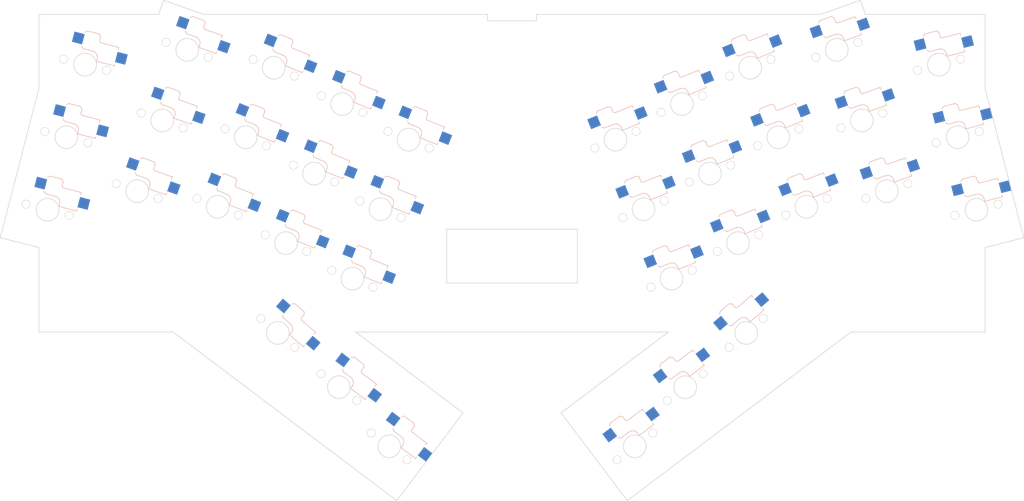
<source format=kicad_pcb>


(kicad_pcb (version 20171130) (host pcbnew 5.1.6)

  (page A3)
  (title_block
    (title "case_bottom")
    (rev "v1.0.0")
    (company "Unknown")
  )

  (general
    (thickness 1.6)
  )

  (layers
    (0 F.Cu signal)
    (31 B.Cu signal)
    (32 B.Adhes user)
    (33 F.Adhes user)
    (34 B.Paste user)
    (35 F.Paste user)
    (36 B.SilkS user)
    (37 F.SilkS user)
    (38 B.Mask user)
    (39 F.Mask user)
    (40 Dwgs.User user)
    (41 Cmts.User user)
    (42 Eco1.User user)
    (43 Eco2.User user)
    (44 Edge.Cuts user)
    (45 Margin user)
    (46 B.CrtYd user)
    (47 F.CrtYd user)
    (48 B.Fab user)
    (49 F.Fab user)
  )

  (setup
    (last_trace_width 0.25)
    (trace_clearance 0.2)
    (zone_clearance 0.508)
    (zone_45_only no)
    (trace_min 0.2)
    (via_size 0.8)
    (via_drill 0.4)
    (via_min_size 0.4)
    (via_min_drill 0.3)
    (uvia_size 0.3)
    (uvia_drill 0.1)
    (uvias_allowed no)
    (uvia_min_size 0.2)
    (uvia_min_drill 0.1)
    (edge_width 0.05)
    (segment_width 0.2)
    (pcb_text_width 0.3)
    (pcb_text_size 1.5 1.5)
    (mod_edge_width 0.12)
    (mod_text_size 1 1)
    (mod_text_width 0.15)
    (pad_size 1.524 1.524)
    (pad_drill 0.762)
    (pad_to_mask_clearance 0.05)
    (aux_axis_origin 0 0)
    (visible_elements FFFFFF7F)
    (pcbplotparams
      (layerselection 0x010fc_ffffffff)
      (usegerberextensions false)
      (usegerberattributes true)
      (usegerberadvancedattributes true)
      (creategerberjobfile true)
      (excludeedgelayer true)
      (linewidth 0.100000)
      (plotframeref false)
      (viasonmask false)
      (mode 1)
      (useauxorigin false)
      (hpglpennumber 1)
      (hpglpenspeed 20)
      (hpglpendiameter 15.000000)
      (psnegative false)
      (psa4output false)
      (plotreference true)
      (plotvalue true)
      (plotinvisibletext false)
      (padsonsilk false)
      (subtractmaskfromsilk false)
      (outputformat 1)
      (mirror false)
      (drillshape 1)
      (scaleselection 1)
      (outputdirectory ""))
  )

  (net 0 "")
(net 1 "C0")
(net 2 "pinky_bottom")
(net 3 "pinky_home")
(net 4 "pinky_top")
(net 5 "C1")
(net 6 "ring_bottom")
(net 7 "ring_home")
(net 8 "ring_top")
(net 9 "C2")
(net 10 "middle_bottom")
(net 11 "middle_home")
(net 12 "middle_top")
(net 13 "C3")
(net 14 "index_bottom")
(net 15 "index_home")
(net 16 "index_top")
(net 17 "C4")
(net 18 "inner_bottom")
(net 19 "inner_home")
(net 20 "inner_top")
(net 21 "mirror_pinky_bottom")
(net 22 "mirror_pinky_home")
(net 23 "mirror_pinky_top")
(net 24 "mirror_ring_bottom")
(net 25 "mirror_ring_home")
(net 26 "mirror_ring_top")
(net 27 "mirror_middle_bottom")
(net 28 "mirror_middle_home")
(net 29 "mirror_middle_top")
(net 30 "mirror_index_bottom")
(net 31 "mirror_index_home")
(net 32 "mirror_index_top")
(net 33 "mirror_inner_bottom")
(net 34 "mirror_inner_home")
(net 35 "mirror_inner_top")
(net 36 "flexion_cluster")
(net 37 "base_cluster")
(net 38 "extension_cluster")
(net 39 "mirror_flexion_cluster")
(net 40 "mirror_base_cluster")
(net 41 "mirror_extension_cluster")

  (net_class Default "This is the default net class."
    (clearance 0.2)
    (trace_width 0.25)
    (via_dia 0.8)
    (via_drill 0.4)
    (uvia_dia 0.3)
    (uvia_drill 0.1)
    (add_net "")
(add_net "C0")
(add_net "pinky_bottom")
(add_net "pinky_home")
(add_net "pinky_top")
(add_net "C1")
(add_net "ring_bottom")
(add_net "ring_home")
(add_net "ring_top")
(add_net "C2")
(add_net "middle_bottom")
(add_net "middle_home")
(add_net "middle_top")
(add_net "C3")
(add_net "index_bottom")
(add_net "index_home")
(add_net "index_top")
(add_net "C4")
(add_net "inner_bottom")
(add_net "inner_home")
(add_net "inner_top")
(add_net "mirror_pinky_bottom")
(add_net "mirror_pinky_home")
(add_net "mirror_pinky_top")
(add_net "mirror_ring_bottom")
(add_net "mirror_ring_home")
(add_net "mirror_ring_top")
(add_net "mirror_middle_bottom")
(add_net "mirror_middle_home")
(add_net "mirror_middle_top")
(add_net "mirror_index_bottom")
(add_net "mirror_index_home")
(add_net "mirror_index_top")
(add_net "mirror_inner_bottom")
(add_net "mirror_inner_home")
(add_net "mirror_inner_top")
(add_net "flexion_cluster")
(add_net "base_cluster")
(add_net "extension_cluster")
(add_net "mirror_flexion_cluster")
(add_net "mirror_base_cluster")
(add_net "mirror_extension_cluster")
  )

  
        (module "ceoloide:switch_choc_v1_v2" (layer B.Cu) (tedit 5DD50112)
            (at 100 100 -14.5)
            (attr virtual)

            
            (fp_text reference "S1" (at 0 0 -14.5) (layer B.SilkS) hide (effects (font (size 1.27 1.27) (thickness 0.15))))

            
            (pad "" np_thru_hole circle (at 0 0 -14.5) (size 5 5)
                (drill 5) (layers *.Cu))
        
            (pad "" np_thru_hole circle (at 5.5 0 -14.5) (size 1.9 1.9) (drill 1.9) (layers *.Cu))
            (pad "" np_thru_hole circle (at -5.5 0 -14.5) (size 1.9 1.9) (drill 1.9) (layers *.Cu))
        
            (pad "" np_thru_hole circle (at -5.00 5.15 -14.5) (size 1.6 1.6) (drill 1.6) (layers *.Cu *.Mask) )
        
            
            (pad "" np_thru_hole circle (at 0 -5.95 -14.5) (size 3 3) (drill 3) (layers *.Cu *.Mask))
        
            
            (fp_line (start 1.5 -8.2) (end 2 -7.7) (layer B.SilkS) (width 0.15))
            (fp_line (start 7 -1.5) (end 7 -2) (layer B.SilkS) (width 0.15))
            (fp_line (start -1.5 -8.2) (end 1.5 -8.2) (layer B.SilkS) (width 0.15))
            (fp_line (start 7 -6.2) (end 2.5 -6.2) (layer B.SilkS) (width 0.15))
            (fp_line (start 2.5 -2.2) (end 2.5 -1.5) (layer B.SilkS) (width 0.15))
            (fp_line (start -2 -7.7) (end -1.5 -8.2) (layer B.SilkS) (width 0.15))
            (fp_line (start -1.5 -3.7) (end 1 -3.7) (layer B.SilkS) (width 0.15))
            (fp_line (start 7 -5.6) (end 7 -6.2) (layer B.SilkS) (width 0.15))
            (fp_line (start 2 -6.7) (end 2 -7.7) (layer B.SilkS) (width 0.15))
            (fp_line (start 2.5 -1.5) (end 7 -1.5) (layer B.SilkS) (width 0.15))
            (fp_line (start -2 -4.2) (end -1.5 -3.7) (layer B.SilkS) (width 0.15))
            (fp_arc (start 2.499999 -6.7) (end 2 -6.690001) (angle -88.9) (layer B.SilkS) (width 0.15))
            (fp_arc (start 0.97 -2.17) (end 2.5 -2.17) (angle -90) (layer B.SilkS) (width 0.15))

            
            
            (pad 1 smd rect (at -3.275 -5.95 -14.5) (size 2.6 2.6) (layers B.Cu B.Paste B.Mask)  (net 1 "C0"))
        

            
            (pad 2 smd rect (at 8.275 -3.75 -14.5) (size 2.6 2.6) (layers B.Cu B.Paste B.Mask) (net 2 "pinky_bottom"))

            
            (pad "" np_thru_hole circle (at 5 -3.75 180.5) (size 3 3) (drill 3) (layers *.Cu *.Mask))            
        
        )
        

        (module "ceoloide:switch_choc_v1_v2" (layer B.Cu) (tedit 5DD50112)
            (at 104.6320301 82.0892687 -14.5)
            (attr virtual)

            
            (fp_text reference "S2" (at 0 0 -14.5) (layer B.SilkS) hide (effects (font (size 1.27 1.27) (thickness 0.15))))

            
            (pad "" np_thru_hole circle (at 0 0 -14.5) (size 5 5)
                (drill 5) (layers *.Cu))
        
            (pad "" np_thru_hole circle (at 5.5 0 -14.5) (size 1.9 1.9) (drill 1.9) (layers *.Cu))
            (pad "" np_thru_hole circle (at -5.5 0 -14.5) (size 1.9 1.9) (drill 1.9) (layers *.Cu))
        
            (pad "" np_thru_hole circle (at -5.00 5.15 -14.5) (size 1.6 1.6) (drill 1.6) (layers *.Cu *.Mask) )
        
            
            (pad "" np_thru_hole circle (at 0 -5.95 -14.5) (size 3 3) (drill 3) (layers *.Cu *.Mask))
        
            
            (fp_line (start 1.5 -8.2) (end 2 -7.7) (layer B.SilkS) (width 0.15))
            (fp_line (start 7 -1.5) (end 7 -2) (layer B.SilkS) (width 0.15))
            (fp_line (start -1.5 -8.2) (end 1.5 -8.2) (layer B.SilkS) (width 0.15))
            (fp_line (start 7 -6.2) (end 2.5 -6.2) (layer B.SilkS) (width 0.15))
            (fp_line (start 2.5 -2.2) (end 2.5 -1.5) (layer B.SilkS) (width 0.15))
            (fp_line (start -2 -7.7) (end -1.5 -8.2) (layer B.SilkS) (width 0.15))
            (fp_line (start -1.5 -3.7) (end 1 -3.7) (layer B.SilkS) (width 0.15))
            (fp_line (start 7 -5.6) (end 7 -6.2) (layer B.SilkS) (width 0.15))
            (fp_line (start 2 -6.7) (end 2 -7.7) (layer B.SilkS) (width 0.15))
            (fp_line (start 2.5 -1.5) (end 7 -1.5) (layer B.SilkS) (width 0.15))
            (fp_line (start -2 -4.2) (end -1.5 -3.7) (layer B.SilkS) (width 0.15))
            (fp_arc (start 2.499999 -6.7) (end 2 -6.690001) (angle -88.9) (layer B.SilkS) (width 0.15))
            (fp_arc (start 0.97 -2.17) (end 2.5 -2.17) (angle -90) (layer B.SilkS) (width 0.15))

            
            
            (pad 1 smd rect (at -3.275 -5.95 -14.5) (size 2.6 2.6) (layers B.Cu B.Paste B.Mask)  (net 1 "C0"))
        

            
            (pad 2 smd rect (at 8.275 -3.75 -14.5) (size 2.6 2.6) (layers B.Cu B.Paste B.Mask) (net 3 "pinky_home"))

            
            (pad "" np_thru_hole circle (at 5 -3.75 180.5) (size 3 3) (drill 3) (layers *.Cu *.Mask))            
        
        )
        

        (module "ceoloide:switch_choc_v1_v2" (layer B.Cu) (tedit 5DD50112)
            (at 109.26406019999999 64.17853740000001 -14.5)
            (attr virtual)

            
            (fp_text reference "S3" (at 0 0 -14.5) (layer B.SilkS) hide (effects (font (size 1.27 1.27) (thickness 0.15))))

            
            (pad "" np_thru_hole circle (at 0 0 -14.5) (size 5 5)
                (drill 5) (layers *.Cu))
        
            (pad "" np_thru_hole circle (at 5.5 0 -14.5) (size 1.9 1.9) (drill 1.9) (layers *.Cu))
            (pad "" np_thru_hole circle (at -5.5 0 -14.5) (size 1.9 1.9) (drill 1.9) (layers *.Cu))
        
            (pad "" np_thru_hole circle (at -5.00 5.15 -14.5) (size 1.6 1.6) (drill 1.6) (layers *.Cu *.Mask) )
        
            
            (pad "" np_thru_hole circle (at 0 -5.95 -14.5) (size 3 3) (drill 3) (layers *.Cu *.Mask))
        
            
            (fp_line (start 1.5 -8.2) (end 2 -7.7) (layer B.SilkS) (width 0.15))
            (fp_line (start 7 -1.5) (end 7 -2) (layer B.SilkS) (width 0.15))
            (fp_line (start -1.5 -8.2) (end 1.5 -8.2) (layer B.SilkS) (width 0.15))
            (fp_line (start 7 -6.2) (end 2.5 -6.2) (layer B.SilkS) (width 0.15))
            (fp_line (start 2.5 -2.2) (end 2.5 -1.5) (layer B.SilkS) (width 0.15))
            (fp_line (start -2 -7.7) (end -1.5 -8.2) (layer B.SilkS) (width 0.15))
            (fp_line (start -1.5 -3.7) (end 1 -3.7) (layer B.SilkS) (width 0.15))
            (fp_line (start 7 -5.6) (end 7 -6.2) (layer B.SilkS) (width 0.15))
            (fp_line (start 2 -6.7) (end 2 -7.7) (layer B.SilkS) (width 0.15))
            (fp_line (start 2.5 -1.5) (end 7 -1.5) (layer B.SilkS) (width 0.15))
            (fp_line (start -2 -4.2) (end -1.5 -3.7) (layer B.SilkS) (width 0.15))
            (fp_arc (start 2.499999 -6.7) (end 2 -6.690001) (angle -88.9) (layer B.SilkS) (width 0.15))
            (fp_arc (start 0.97 -2.17) (end 2.5 -2.17) (angle -90) (layer B.SilkS) (width 0.15))

            
            
            (pad 1 smd rect (at -3.275 -5.95 -14.5) (size 2.6 2.6) (layers B.Cu B.Paste B.Mask)  (net 1 "C0"))
        

            
            (pad 2 smd rect (at 8.275 -3.75 -14.5) (size 2.6 2.6) (layers B.Cu B.Paste B.Mask) (net 4 "pinky_top"))

            
            (pad "" np_thru_hole circle (at 5 -3.75 180.5) (size 3 3) (drill 3) (layers *.Cu *.Mask))            
        
        )
        

        (module "ceoloide:switch_choc_v1_v2" (layer B.Cu) (tedit 5DD50112)
            (at 122.11703340000001 95.40264210000001 -19.5)
            (attr virtual)

            
            (fp_text reference "S4" (at 0 0 -19.5) (layer B.SilkS) hide (effects (font (size 1.27 1.27) (thickness 0.15))))

            
            (pad "" np_thru_hole circle (at 0 0 -19.5) (size 5 5)
                (drill 5) (layers *.Cu))
        
            (pad "" np_thru_hole circle (at 5.5 0 -19.5) (size 1.9 1.9) (drill 1.9) (layers *.Cu))
            (pad "" np_thru_hole circle (at -5.5 0 -19.5) (size 1.9 1.9) (drill 1.9) (layers *.Cu))
        
            (pad "" np_thru_hole circle (at -5.00 5.15 -19.5) (size 1.6 1.6) (drill 1.6) (layers *.Cu *.Mask) )
        
            
            (pad "" np_thru_hole circle (at 0 -5.95 -19.5) (size 3 3) (drill 3) (layers *.Cu *.Mask))
        
            
            (fp_line (start 1.5 -8.2) (end 2 -7.7) (layer B.SilkS) (width 0.15))
            (fp_line (start 7 -1.5) (end 7 -2) (layer B.SilkS) (width 0.15))
            (fp_line (start -1.5 -8.2) (end 1.5 -8.2) (layer B.SilkS) (width 0.15))
            (fp_line (start 7 -6.2) (end 2.5 -6.2) (layer B.SilkS) (width 0.15))
            (fp_line (start 2.5 -2.2) (end 2.5 -1.5) (layer B.SilkS) (width 0.15))
            (fp_line (start -2 -7.7) (end -1.5 -8.2) (layer B.SilkS) (width 0.15))
            (fp_line (start -1.5 -3.7) (end 1 -3.7) (layer B.SilkS) (width 0.15))
            (fp_line (start 7 -5.6) (end 7 -6.2) (layer B.SilkS) (width 0.15))
            (fp_line (start 2 -6.7) (end 2 -7.7) (layer B.SilkS) (width 0.15))
            (fp_line (start 2.5 -1.5) (end 7 -1.5) (layer B.SilkS) (width 0.15))
            (fp_line (start -2 -4.2) (end -1.5 -3.7) (layer B.SilkS) (width 0.15))
            (fp_arc (start 2.499999 -6.7) (end 2 -6.690001) (angle -88.9) (layer B.SilkS) (width 0.15))
            (fp_arc (start 0.97 -2.17) (end 2.5 -2.17) (angle -90) (layer B.SilkS) (width 0.15))

            
            
            (pad 1 smd rect (at -3.275 -5.95 -19.5) (size 2.6 2.6) (layers B.Cu B.Paste B.Mask)  (net 5 "C1"))
        

            
            (pad 2 smd rect (at 8.275 -3.75 -19.5) (size 2.6 2.6) (layers B.Cu B.Paste B.Mask) (net 6 "ring_bottom"))

            
            (pad "" np_thru_hole circle (at 5 -3.75 175.5) (size 3 3) (drill 3) (layers *.Cu *.Mask))            
        
        )
        

        (module "ceoloide:switch_choc_v1_v2" (layer B.Cu) (tedit 5DD50112)
            (at 128.29246030000002 77.96377450000001 -19.5)
            (attr virtual)

            
            (fp_text reference "S5" (at 0 0 -19.5) (layer B.SilkS) hide (effects (font (size 1.27 1.27) (thickness 0.15))))

            
            (pad "" np_thru_hole circle (at 0 0 -19.5) (size 5 5)
                (drill 5) (layers *.Cu))
        
            (pad "" np_thru_hole circle (at 5.5 0 -19.5) (size 1.9 1.9) (drill 1.9) (layers *.Cu))
            (pad "" np_thru_hole circle (at -5.5 0 -19.5) (size 1.9 1.9) (drill 1.9) (layers *.Cu))
        
            (pad "" np_thru_hole circle (at -5.00 5.15 -19.5) (size 1.6 1.6) (drill 1.6) (layers *.Cu *.Mask) )
        
            
            (pad "" np_thru_hole circle (at 0 -5.95 -19.5) (size 3 3) (drill 3) (layers *.Cu *.Mask))
        
            
            (fp_line (start 1.5 -8.2) (end 2 -7.7) (layer B.SilkS) (width 0.15))
            (fp_line (start 7 -1.5) (end 7 -2) (layer B.SilkS) (width 0.15))
            (fp_line (start -1.5 -8.2) (end 1.5 -8.2) (layer B.SilkS) (width 0.15))
            (fp_line (start 7 -6.2) (end 2.5 -6.2) (layer B.SilkS) (width 0.15))
            (fp_line (start 2.5 -2.2) (end 2.5 -1.5) (layer B.SilkS) (width 0.15))
            (fp_line (start -2 -7.7) (end -1.5 -8.2) (layer B.SilkS) (width 0.15))
            (fp_line (start -1.5 -3.7) (end 1 -3.7) (layer B.SilkS) (width 0.15))
            (fp_line (start 7 -5.6) (end 7 -6.2) (layer B.SilkS) (width 0.15))
            (fp_line (start 2 -6.7) (end 2 -7.7) (layer B.SilkS) (width 0.15))
            (fp_line (start 2.5 -1.5) (end 7 -1.5) (layer B.SilkS) (width 0.15))
            (fp_line (start -2 -4.2) (end -1.5 -3.7) (layer B.SilkS) (width 0.15))
            (fp_arc (start 2.499999 -6.7) (end 2 -6.690001) (angle -88.9) (layer B.SilkS) (width 0.15))
            (fp_arc (start 0.97 -2.17) (end 2.5 -2.17) (angle -90) (layer B.SilkS) (width 0.15))

            
            
            (pad 1 smd rect (at -3.275 -5.95 -19.5) (size 2.6 2.6) (layers B.Cu B.Paste B.Mask)  (net 5 "C1"))
        

            
            (pad 2 smd rect (at 8.275 -3.75 -19.5) (size 2.6 2.6) (layers B.Cu B.Paste B.Mask) (net 7 "ring_home"))

            
            (pad "" np_thru_hole circle (at 5 -3.75 175.5) (size 3 3) (drill 3) (layers *.Cu *.Mask))            
        
        )
        

        (module "ceoloide:switch_choc_v1_v2" (layer B.Cu) (tedit 5DD50112)
            (at 134.4678872 60.52490690000002 -19.5)
            (attr virtual)

            
            (fp_text reference "S6" (at 0 0 -19.5) (layer B.SilkS) hide (effects (font (size 1.27 1.27) (thickness 0.15))))

            
            (pad "" np_thru_hole circle (at 0 0 -19.5) (size 5 5)
                (drill 5) (layers *.Cu))
        
            (pad "" np_thru_hole circle (at 5.5 0 -19.5) (size 1.9 1.9) (drill 1.9) (layers *.Cu))
            (pad "" np_thru_hole circle (at -5.5 0 -19.5) (size 1.9 1.9) (drill 1.9) (layers *.Cu))
        
            (pad "" np_thru_hole circle (at -5.00 5.15 -19.5) (size 1.6 1.6) (drill 1.6) (layers *.Cu *.Mask) )
        
            
            (pad "" np_thru_hole circle (at 0 -5.95 -19.5) (size 3 3) (drill 3) (layers *.Cu *.Mask))
        
            
            (fp_line (start 1.5 -8.2) (end 2 -7.7) (layer B.SilkS) (width 0.15))
            (fp_line (start 7 -1.5) (end 7 -2) (layer B.SilkS) (width 0.15))
            (fp_line (start -1.5 -8.2) (end 1.5 -8.2) (layer B.SilkS) (width 0.15))
            (fp_line (start 7 -6.2) (end 2.5 -6.2) (layer B.SilkS) (width 0.15))
            (fp_line (start 2.5 -2.2) (end 2.5 -1.5) (layer B.SilkS) (width 0.15))
            (fp_line (start -2 -7.7) (end -1.5 -8.2) (layer B.SilkS) (width 0.15))
            (fp_line (start -1.5 -3.7) (end 1 -3.7) (layer B.SilkS) (width 0.15))
            (fp_line (start 7 -5.6) (end 7 -6.2) (layer B.SilkS) (width 0.15))
            (fp_line (start 2 -6.7) (end 2 -7.7) (layer B.SilkS) (width 0.15))
            (fp_line (start 2.5 -1.5) (end 7 -1.5) (layer B.SilkS) (width 0.15))
            (fp_line (start -2 -4.2) (end -1.5 -3.7) (layer B.SilkS) (width 0.15))
            (fp_arc (start 2.499999 -6.7) (end 2 -6.690001) (angle -88.9) (layer B.SilkS) (width 0.15))
            (fp_arc (start 0.97 -2.17) (end 2.5 -2.17) (angle -90) (layer B.SilkS) (width 0.15))

            
            
            (pad 1 smd rect (at -3.275 -5.95 -19.5) (size 2.6 2.6) (layers B.Cu B.Paste B.Mask)  (net 5 "C1"))
        

            
            (pad 2 smd rect (at 8.275 -3.75 -19.5) (size 2.6 2.6) (layers B.Cu B.Paste B.Mask) (net 8 "ring_top"))

            
            (pad "" np_thru_hole circle (at 5 -3.75 175.5) (size 3 3) (drill 3) (layers *.Cu *.Mask))            
        
        )
        

        (module "ceoloide:switch_choc_v1_v2" (layer B.Cu) (tedit 5DD50112)
            (at 141.9712838 99.2508548 -22)
            (attr virtual)

            
            (fp_text reference "S7" (at 0 0 -22) (layer B.SilkS) hide (effects (font (size 1.27 1.27) (thickness 0.15))))

            
            (pad "" np_thru_hole circle (at 0 0 -22) (size 5 5)
                (drill 5) (layers *.Cu))
        
            (pad "" np_thru_hole circle (at 5.5 0 -22) (size 1.9 1.9) (drill 1.9) (layers *.Cu))
            (pad "" np_thru_hole circle (at -5.5 0 -22) (size 1.9 1.9) (drill 1.9) (layers *.Cu))
        
            (pad "" np_thru_hole circle (at -5.00 5.15 -22) (size 1.6 1.6) (drill 1.6) (layers *.Cu *.Mask) )
        
            
            (pad "" np_thru_hole circle (at 0 -5.95 -22) (size 3 3) (drill 3) (layers *.Cu *.Mask))
        
            
            (fp_line (start 1.5 -8.2) (end 2 -7.7) (layer B.SilkS) (width 0.15))
            (fp_line (start 7 -1.5) (end 7 -2) (layer B.SilkS) (width 0.15))
            (fp_line (start -1.5 -8.2) (end 1.5 -8.2) (layer B.SilkS) (width 0.15))
            (fp_line (start 7 -6.2) (end 2.5 -6.2) (layer B.SilkS) (width 0.15))
            (fp_line (start 2.5 -2.2) (end 2.5 -1.5) (layer B.SilkS) (width 0.15))
            (fp_line (start -2 -7.7) (end -1.5 -8.2) (layer B.SilkS) (width 0.15))
            (fp_line (start -1.5 -3.7) (end 1 -3.7) (layer B.SilkS) (width 0.15))
            (fp_line (start 7 -5.6) (end 7 -6.2) (layer B.SilkS) (width 0.15))
            (fp_line (start 2 -6.7) (end 2 -7.7) (layer B.SilkS) (width 0.15))
            (fp_line (start 2.5 -1.5) (end 7 -1.5) (layer B.SilkS) (width 0.15))
            (fp_line (start -2 -4.2) (end -1.5 -3.7) (layer B.SilkS) (width 0.15))
            (fp_arc (start 2.499999 -6.7) (end 2 -6.690001) (angle -88.9) (layer B.SilkS) (width 0.15))
            (fp_arc (start 0.97 -2.17) (end 2.5 -2.17) (angle -90) (layer B.SilkS) (width 0.15))

            
            
            (pad 1 smd rect (at -3.275 -5.95 -22) (size 2.6 2.6) (layers B.Cu B.Paste B.Mask)  (net 9 "C2"))
        

            
            (pad 2 smd rect (at 8.275 -3.75 -22) (size 2.6 2.6) (layers B.Cu B.Paste B.Mask) (net 10 "middle_bottom"))

            
            (pad "" np_thru_hole circle (at 5 -3.75 173) (size 3 3) (drill 3) (layers *.Cu *.Mask))            
        
        )
        

        (module "ceoloide:switch_choc_v1_v2" (layer B.Cu) (tedit 5DD50112)
            (at 148.9015058 82.0979535 -22)
            (attr virtual)

            
            (fp_text reference "S8" (at 0 0 -22) (layer B.SilkS) hide (effects (font (size 1.27 1.27) (thickness 0.15))))

            
            (pad "" np_thru_hole circle (at 0 0 -22) (size 5 5)
                (drill 5) (layers *.Cu))
        
            (pad "" np_thru_hole circle (at 5.5 0 -22) (size 1.9 1.9) (drill 1.9) (layers *.Cu))
            (pad "" np_thru_hole circle (at -5.5 0 -22) (size 1.9 1.9) (drill 1.9) (layers *.Cu))
        
            (pad "" np_thru_hole circle (at -5.00 5.15 -22) (size 1.6 1.6) (drill 1.6) (layers *.Cu *.Mask) )
        
            
            (pad "" np_thru_hole circle (at 0 -5.95 -22) (size 3 3) (drill 3) (layers *.Cu *.Mask))
        
            
            (fp_line (start 1.5 -8.2) (end 2 -7.7) (layer B.SilkS) (width 0.15))
            (fp_line (start 7 -1.5) (end 7 -2) (layer B.SilkS) (width 0.15))
            (fp_line (start -1.5 -8.2) (end 1.5 -8.2) (layer B.SilkS) (width 0.15))
            (fp_line (start 7 -6.2) (end 2.5 -6.2) (layer B.SilkS) (width 0.15))
            (fp_line (start 2.5 -2.2) (end 2.5 -1.5) (layer B.SilkS) (width 0.15))
            (fp_line (start -2 -7.7) (end -1.5 -8.2) (layer B.SilkS) (width 0.15))
            (fp_line (start -1.5 -3.7) (end 1 -3.7) (layer B.SilkS) (width 0.15))
            (fp_line (start 7 -5.6) (end 7 -6.2) (layer B.SilkS) (width 0.15))
            (fp_line (start 2 -6.7) (end 2 -7.7) (layer B.SilkS) (width 0.15))
            (fp_line (start 2.5 -1.5) (end 7 -1.5) (layer B.SilkS) (width 0.15))
            (fp_line (start -2 -4.2) (end -1.5 -3.7) (layer B.SilkS) (width 0.15))
            (fp_arc (start 2.499999 -6.7) (end 2 -6.690001) (angle -88.9) (layer B.SilkS) (width 0.15))
            (fp_arc (start 0.97 -2.17) (end 2.5 -2.17) (angle -90) (layer B.SilkS) (width 0.15))

            
            
            (pad 1 smd rect (at -3.275 -5.95 -22) (size 2.6 2.6) (layers B.Cu B.Paste B.Mask)  (net 9 "C2"))
        

            
            (pad 2 smd rect (at 8.275 -3.75 -22) (size 2.6 2.6) (layers B.Cu B.Paste B.Mask) (net 11 "middle_home"))

            
            (pad "" np_thru_hole circle (at 5 -3.75 173) (size 3 3) (drill 3) (layers *.Cu *.Mask))            
        
        )
        

        (module "ceoloide:switch_choc_v1_v2" (layer B.Cu) (tedit 5DD50112)
            (at 155.83172779999998 64.9450522 -22)
            (attr virtual)

            
            (fp_text reference "S9" (at 0 0 -22) (layer B.SilkS) hide (effects (font (size 1.27 1.27) (thickness 0.15))))

            
            (pad "" np_thru_hole circle (at 0 0 -22) (size 5 5)
                (drill 5) (layers *.Cu))
        
            (pad "" np_thru_hole circle (at 5.5 0 -22) (size 1.9 1.9) (drill 1.9) (layers *.Cu))
            (pad "" np_thru_hole circle (at -5.5 0 -22) (size 1.9 1.9) (drill 1.9) (layers *.Cu))
        
            (pad "" np_thru_hole circle (at -5.00 5.15 -22) (size 1.6 1.6) (drill 1.6) (layers *.Cu *.Mask) )
        
            
            (pad "" np_thru_hole circle (at 0 -5.95 -22) (size 3 3) (drill 3) (layers *.Cu *.Mask))
        
            
            (fp_line (start 1.5 -8.2) (end 2 -7.7) (layer B.SilkS) (width 0.15))
            (fp_line (start 7 -1.5) (end 7 -2) (layer B.SilkS) (width 0.15))
            (fp_line (start -1.5 -8.2) (end 1.5 -8.2) (layer B.SilkS) (width 0.15))
            (fp_line (start 7 -6.2) (end 2.5 -6.2) (layer B.SilkS) (width 0.15))
            (fp_line (start 2.5 -2.2) (end 2.5 -1.5) (layer B.SilkS) (width 0.15))
            (fp_line (start -2 -7.7) (end -1.5 -8.2) (layer B.SilkS) (width 0.15))
            (fp_line (start -1.5 -3.7) (end 1 -3.7) (layer B.SilkS) (width 0.15))
            (fp_line (start 7 -5.6) (end 7 -6.2) (layer B.SilkS) (width 0.15))
            (fp_line (start 2 -6.7) (end 2 -7.7) (layer B.SilkS) (width 0.15))
            (fp_line (start 2.5 -1.5) (end 7 -1.5) (layer B.SilkS) (width 0.15))
            (fp_line (start -2 -4.2) (end -1.5 -3.7) (layer B.SilkS) (width 0.15))
            (fp_arc (start 2.499999 -6.7) (end 2 -6.690001) (angle -88.9) (layer B.SilkS) (width 0.15))
            (fp_arc (start 0.97 -2.17) (end 2.5 -2.17) (angle -90) (layer B.SilkS) (width 0.15))

            
            
            (pad 1 smd rect (at -3.275 -5.95 -22) (size 2.6 2.6) (layers B.Cu B.Paste B.Mask)  (net 9 "C2"))
        

            
            (pad 2 smd rect (at 8.275 -3.75 -22) (size 2.6 2.6) (layers B.Cu B.Paste B.Mask) (net 12 "middle_top"))

            
            (pad "" np_thru_hole circle (at 5 -3.75 173) (size 3 3) (drill 3) (layers *.Cu *.Mask))            
        
        )
        

        (module "ceoloide:switch_choc_v1_v2" (layer B.Cu) (tedit 5DD50112)
            (at 158.8385638 108.2227478 -22)
            (attr virtual)

            
            (fp_text reference "S10" (at 0 0 -22) (layer B.SilkS) hide (effects (font (size 1.27 1.27) (thickness 0.15))))

            
            (pad "" np_thru_hole circle (at 0 0 -22) (size 5 5)
                (drill 5) (layers *.Cu))
        
            (pad "" np_thru_hole circle (at 5.5 0 -22) (size 1.9 1.9) (drill 1.9) (layers *.Cu))
            (pad "" np_thru_hole circle (at -5.5 0 -22) (size 1.9 1.9) (drill 1.9) (layers *.Cu))
        
            (pad "" np_thru_hole circle (at -5.00 5.15 -22) (size 1.6 1.6) (drill 1.6) (layers *.Cu *.Mask) )
        
            
            (pad "" np_thru_hole circle (at 0 -5.95 -22) (size 3 3) (drill 3) (layers *.Cu *.Mask))
        
            
            (fp_line (start 1.5 -8.2) (end 2 -7.7) (layer B.SilkS) (width 0.15))
            (fp_line (start 7 -1.5) (end 7 -2) (layer B.SilkS) (width 0.15))
            (fp_line (start -1.5 -8.2) (end 1.5 -8.2) (layer B.SilkS) (width 0.15))
            (fp_line (start 7 -6.2) (end 2.5 -6.2) (layer B.SilkS) (width 0.15))
            (fp_line (start 2.5 -2.2) (end 2.5 -1.5) (layer B.SilkS) (width 0.15))
            (fp_line (start -2 -7.7) (end -1.5 -8.2) (layer B.SilkS) (width 0.15))
            (fp_line (start -1.5 -3.7) (end 1 -3.7) (layer B.SilkS) (width 0.15))
            (fp_line (start 7 -5.6) (end 7 -6.2) (layer B.SilkS) (width 0.15))
            (fp_line (start 2 -6.7) (end 2 -7.7) (layer B.SilkS) (width 0.15))
            (fp_line (start 2.5 -1.5) (end 7 -1.5) (layer B.SilkS) (width 0.15))
            (fp_line (start -2 -4.2) (end -1.5 -3.7) (layer B.SilkS) (width 0.15))
            (fp_arc (start 2.499999 -6.7) (end 2 -6.690001) (angle -88.9) (layer B.SilkS) (width 0.15))
            (fp_arc (start 0.97 -2.17) (end 2.5 -2.17) (angle -90) (layer B.SilkS) (width 0.15))

            
            
            (pad 1 smd rect (at -3.275 -5.95 -22) (size 2.6 2.6) (layers B.Cu B.Paste B.Mask)  (net 13 "C3"))
        

            
            (pad 2 smd rect (at 8.275 -3.75 -22) (size 2.6 2.6) (layers B.Cu B.Paste B.Mask) (net 14 "index_bottom"))

            
            (pad "" np_thru_hole circle (at 5 -3.75 173) (size 3 3) (drill 3) (layers *.Cu *.Mask))            
        
        )
        

        (module "ceoloide:switch_choc_v1_v2" (layer B.Cu) (tedit 5DD50112)
            (at 165.7687858 91.0698465 -22)
            (attr virtual)

            
            (fp_text reference "S11" (at 0 0 -22) (layer B.SilkS) hide (effects (font (size 1.27 1.27) (thickness 0.15))))

            
            (pad "" np_thru_hole circle (at 0 0 -22) (size 5 5)
                (drill 5) (layers *.Cu))
        
            (pad "" np_thru_hole circle (at 5.5 0 -22) (size 1.9 1.9) (drill 1.9) (layers *.Cu))
            (pad "" np_thru_hole circle (at -5.5 0 -22) (size 1.9 1.9) (drill 1.9) (layers *.Cu))
        
            (pad "" np_thru_hole circle (at -5.00 5.15 -22) (size 1.6 1.6) (drill 1.6) (layers *.Cu *.Mask) )
        
            
            (pad "" np_thru_hole circle (at 0 -5.95 -22) (size 3 3) (drill 3) (layers *.Cu *.Mask))
        
            
            (fp_line (start 1.5 -8.2) (end 2 -7.7) (layer B.SilkS) (width 0.15))
            (fp_line (start 7 -1.5) (end 7 -2) (layer B.SilkS) (width 0.15))
            (fp_line (start -1.5 -8.2) (end 1.5 -8.2) (layer B.SilkS) (width 0.15))
            (fp_line (start 7 -6.2) (end 2.5 -6.2) (layer B.SilkS) (width 0.15))
            (fp_line (start 2.5 -2.2) (end 2.5 -1.5) (layer B.SilkS) (width 0.15))
            (fp_line (start -2 -7.7) (end -1.5 -8.2) (layer B.SilkS) (width 0.15))
            (fp_line (start -1.5 -3.7) (end 1 -3.7) (layer B.SilkS) (width 0.15))
            (fp_line (start 7 -5.6) (end 7 -6.2) (layer B.SilkS) (width 0.15))
            (fp_line (start 2 -6.7) (end 2 -7.7) (layer B.SilkS) (width 0.15))
            (fp_line (start 2.5 -1.5) (end 7 -1.5) (layer B.SilkS) (width 0.15))
            (fp_line (start -2 -4.2) (end -1.5 -3.7) (layer B.SilkS) (width 0.15))
            (fp_arc (start 2.499999 -6.7) (end 2 -6.690001) (angle -88.9) (layer B.SilkS) (width 0.15))
            (fp_arc (start 0.97 -2.17) (end 2.5 -2.17) (angle -90) (layer B.SilkS) (width 0.15))

            
            
            (pad 1 smd rect (at -3.275 -5.95 -22) (size 2.6 2.6) (layers B.Cu B.Paste B.Mask)  (net 13 "C3"))
        

            
            (pad 2 smd rect (at 8.275 -3.75 -22) (size 2.6 2.6) (layers B.Cu B.Paste B.Mask) (net 15 "index_home"))

            
            (pad "" np_thru_hole circle (at 5 -3.75 173) (size 3 3) (drill 3) (layers *.Cu *.Mask))            
        
        )
        

        (module "ceoloide:switch_choc_v1_v2" (layer B.Cu) (tedit 5DD50112)
            (at 172.69900779999998 73.9169452 -22)
            (attr virtual)

            
            (fp_text reference "S12" (at 0 0 -22) (layer B.SilkS) hide (effects (font (size 1.27 1.27) (thickness 0.15))))

            
            (pad "" np_thru_hole circle (at 0 0 -22) (size 5 5)
                (drill 5) (layers *.Cu))
        
            (pad "" np_thru_hole circle (at 5.5 0 -22) (size 1.9 1.9) (drill 1.9) (layers *.Cu))
            (pad "" np_thru_hole circle (at -5.5 0 -22) (size 1.9 1.9) (drill 1.9) (layers *.Cu))
        
            (pad "" np_thru_hole circle (at -5.00 5.15 -22) (size 1.6 1.6) (drill 1.6) (layers *.Cu *.Mask) )
        
            
            (pad "" np_thru_hole circle (at 0 -5.95 -22) (size 3 3) (drill 3) (layers *.Cu *.Mask))
        
            
            (fp_line (start 1.5 -8.2) (end 2 -7.7) (layer B.SilkS) (width 0.15))
            (fp_line (start 7 -1.5) (end 7 -2) (layer B.SilkS) (width 0.15))
            (fp_line (start -1.5 -8.2) (end 1.5 -8.2) (layer B.SilkS) (width 0.15))
            (fp_line (start 7 -6.2) (end 2.5 -6.2) (layer B.SilkS) (width 0.15))
            (fp_line (start 2.5 -2.2) (end 2.5 -1.5) (layer B.SilkS) (width 0.15))
            (fp_line (start -2 -7.7) (end -1.5 -8.2) (layer B.SilkS) (width 0.15))
            (fp_line (start -1.5 -3.7) (end 1 -3.7) (layer B.SilkS) (width 0.15))
            (fp_line (start 7 -5.6) (end 7 -6.2) (layer B.SilkS) (width 0.15))
            (fp_line (start 2 -6.7) (end 2 -7.7) (layer B.SilkS) (width 0.15))
            (fp_line (start 2.5 -1.5) (end 7 -1.5) (layer B.SilkS) (width 0.15))
            (fp_line (start -2 -4.2) (end -1.5 -3.7) (layer B.SilkS) (width 0.15))
            (fp_arc (start 2.499999 -6.7) (end 2 -6.690001) (angle -88.9) (layer B.SilkS) (width 0.15))
            (fp_arc (start 0.97 -2.17) (end 2.5 -2.17) (angle -90) (layer B.SilkS) (width 0.15))

            
            
            (pad 1 smd rect (at -3.275 -5.95 -22) (size 2.6 2.6) (layers B.Cu B.Paste B.Mask)  (net 13 "C3"))
        

            
            (pad 2 smd rect (at 8.275 -3.75 -22) (size 2.6 2.6) (layers B.Cu B.Paste B.Mask) (net 16 "index_top"))

            
            (pad "" np_thru_hole circle (at 5 -3.75 173) (size 3 3) (drill 3) (layers *.Cu *.Mask))            
        
        )
        

        (module "ceoloide:switch_choc_v1_v2" (layer B.Cu) (tedit 5DD50112)
            (at 175.242252 117.0073376 -22)
            (attr virtual)

            
            (fp_text reference "S13" (at 0 0 -22) (layer B.SilkS) hide (effects (font (size 1.27 1.27) (thickness 0.15))))

            
            (pad "" np_thru_hole circle (at 0 0 -22) (size 5 5)
                (drill 5) (layers *.Cu))
        
            (pad "" np_thru_hole circle (at 5.5 0 -22) (size 1.9 1.9) (drill 1.9) (layers *.Cu))
            (pad "" np_thru_hole circle (at -5.5 0 -22) (size 1.9 1.9) (drill 1.9) (layers *.Cu))
        
            (pad "" np_thru_hole circle (at -5.00 5.15 -22) (size 1.6 1.6) (drill 1.6) (layers *.Cu *.Mask) )
        
            
            (pad "" np_thru_hole circle (at 0 -5.95 -22) (size 3 3) (drill 3) (layers *.Cu *.Mask))
        
            
            (fp_line (start 1.5 -8.2) (end 2 -7.7) (layer B.SilkS) (width 0.15))
            (fp_line (start 7 -1.5) (end 7 -2) (layer B.SilkS) (width 0.15))
            (fp_line (start -1.5 -8.2) (end 1.5 -8.2) (layer B.SilkS) (width 0.15))
            (fp_line (start 7 -6.2) (end 2.5 -6.2) (layer B.SilkS) (width 0.15))
            (fp_line (start 2.5 -2.2) (end 2.5 -1.5) (layer B.SilkS) (width 0.15))
            (fp_line (start -2 -7.7) (end -1.5 -8.2) (layer B.SilkS) (width 0.15))
            (fp_line (start -1.5 -3.7) (end 1 -3.7) (layer B.SilkS) (width 0.15))
            (fp_line (start 7 -5.6) (end 7 -6.2) (layer B.SilkS) (width 0.15))
            (fp_line (start 2 -6.7) (end 2 -7.7) (layer B.SilkS) (width 0.15))
            (fp_line (start 2.5 -1.5) (end 7 -1.5) (layer B.SilkS) (width 0.15))
            (fp_line (start -2 -4.2) (end -1.5 -3.7) (layer B.SilkS) (width 0.15))
            (fp_arc (start 2.499999 -6.7) (end 2 -6.690001) (angle -88.9) (layer B.SilkS) (width 0.15))
            (fp_arc (start 0.97 -2.17) (end 2.5 -2.17) (angle -90) (layer B.SilkS) (width 0.15))

            
            
            (pad 1 smd rect (at -3.275 -5.95 -22) (size 2.6 2.6) (layers B.Cu B.Paste B.Mask)  (net 17 "C4"))
        

            
            (pad 2 smd rect (at 8.275 -3.75 -22) (size 2.6 2.6) (layers B.Cu B.Paste B.Mask) (net 18 "inner_bottom"))

            
            (pad "" np_thru_hole circle (at 5 -3.75 173) (size 3 3) (drill 3) (layers *.Cu *.Mask))            
        
        )
        

        (module "ceoloide:switch_choc_v1_v2" (layer B.Cu) (tedit 5DD50112)
            (at 182.172474 99.8544363 -22)
            (attr virtual)

            
            (fp_text reference "S14" (at 0 0 -22) (layer B.SilkS) hide (effects (font (size 1.27 1.27) (thickness 0.15))))

            
            (pad "" np_thru_hole circle (at 0 0 -22) (size 5 5)
                (drill 5) (layers *.Cu))
        
            (pad "" np_thru_hole circle (at 5.5 0 -22) (size 1.9 1.9) (drill 1.9) (layers *.Cu))
            (pad "" np_thru_hole circle (at -5.5 0 -22) (size 1.9 1.9) (drill 1.9) (layers *.Cu))
        
            (pad "" np_thru_hole circle (at -5.00 5.15 -22) (size 1.6 1.6) (drill 1.6) (layers *.Cu *.Mask) )
        
            
            (pad "" np_thru_hole circle (at 0 -5.95 -22) (size 3 3) (drill 3) (layers *.Cu *.Mask))
        
            
            (fp_line (start 1.5 -8.2) (end 2 -7.7) (layer B.SilkS) (width 0.15))
            (fp_line (start 7 -1.5) (end 7 -2) (layer B.SilkS) (width 0.15))
            (fp_line (start -1.5 -8.2) (end 1.5 -8.2) (layer B.SilkS) (width 0.15))
            (fp_line (start 7 -6.2) (end 2.5 -6.2) (layer B.SilkS) (width 0.15))
            (fp_line (start 2.5 -2.2) (end 2.5 -1.5) (layer B.SilkS) (width 0.15))
            (fp_line (start -2 -7.7) (end -1.5 -8.2) (layer B.SilkS) (width 0.15))
            (fp_line (start -1.5 -3.7) (end 1 -3.7) (layer B.SilkS) (width 0.15))
            (fp_line (start 7 -5.6) (end 7 -6.2) (layer B.SilkS) (width 0.15))
            (fp_line (start 2 -6.7) (end 2 -7.7) (layer B.SilkS) (width 0.15))
            (fp_line (start 2.5 -1.5) (end 7 -1.5) (layer B.SilkS) (width 0.15))
            (fp_line (start -2 -4.2) (end -1.5 -3.7) (layer B.SilkS) (width 0.15))
            (fp_arc (start 2.499999 -6.7) (end 2 -6.690001) (angle -88.9) (layer B.SilkS) (width 0.15))
            (fp_arc (start 0.97 -2.17) (end 2.5 -2.17) (angle -90) (layer B.SilkS) (width 0.15))

            
            
            (pad 1 smd rect (at -3.275 -5.95 -22) (size 2.6 2.6) (layers B.Cu B.Paste B.Mask)  (net 17 "C4"))
        

            
            (pad 2 smd rect (at 8.275 -3.75 -22) (size 2.6 2.6) (layers B.Cu B.Paste B.Mask) (net 19 "inner_home"))

            
            (pad "" np_thru_hole circle (at 5 -3.75 173) (size 3 3) (drill 3) (layers *.Cu *.Mask))            
        
        )
        

        (module "ceoloide:switch_choc_v1_v2" (layer B.Cu) (tedit 5DD50112)
            (at 189.10269599999998 82.701535 -22)
            (attr virtual)

            
            (fp_text reference "S15" (at 0 0 -22) (layer B.SilkS) hide (effects (font (size 1.27 1.27) (thickness 0.15))))

            
            (pad "" np_thru_hole circle (at 0 0 -22) (size 5 5)
                (drill 5) (layers *.Cu))
        
            (pad "" np_thru_hole circle (at 5.5 0 -22) (size 1.9 1.9) (drill 1.9) (layers *.Cu))
            (pad "" np_thru_hole circle (at -5.5 0 -22) (size 1.9 1.9) (drill 1.9) (layers *.Cu))
        
            (pad "" np_thru_hole circle (at -5.00 5.15 -22) (size 1.6 1.6) (drill 1.6) (layers *.Cu *.Mask) )
        
            
            (pad "" np_thru_hole circle (at 0 -5.95 -22) (size 3 3) (drill 3) (layers *.Cu *.Mask))
        
            
            (fp_line (start 1.5 -8.2) (end 2 -7.7) (layer B.SilkS) (width 0.15))
            (fp_line (start 7 -1.5) (end 7 -2) (layer B.SilkS) (width 0.15))
            (fp_line (start -1.5 -8.2) (end 1.5 -8.2) (layer B.SilkS) (width 0.15))
            (fp_line (start 7 -6.2) (end 2.5 -6.2) (layer B.SilkS) (width 0.15))
            (fp_line (start 2.5 -2.2) (end 2.5 -1.5) (layer B.SilkS) (width 0.15))
            (fp_line (start -2 -7.7) (end -1.5 -8.2) (layer B.SilkS) (width 0.15))
            (fp_line (start -1.5 -3.7) (end 1 -3.7) (layer B.SilkS) (width 0.15))
            (fp_line (start 7 -5.6) (end 7 -6.2) (layer B.SilkS) (width 0.15))
            (fp_line (start 2 -6.7) (end 2 -7.7) (layer B.SilkS) (width 0.15))
            (fp_line (start 2.5 -1.5) (end 7 -1.5) (layer B.SilkS) (width 0.15))
            (fp_line (start -2 -4.2) (end -1.5 -3.7) (layer B.SilkS) (width 0.15))
            (fp_arc (start 2.499999 -6.7) (end 2 -6.690001) (angle -88.9) (layer B.SilkS) (width 0.15))
            (fp_arc (start 0.97 -2.17) (end 2.5 -2.17) (angle -90) (layer B.SilkS) (width 0.15))

            
            
            (pad 1 smd rect (at -3.275 -5.95 -22) (size 2.6 2.6) (layers B.Cu B.Paste B.Mask)  (net 17 "C4"))
        

            
            (pad 2 smd rect (at 8.275 -3.75 -22) (size 2.6 2.6) (layers B.Cu B.Paste B.Mask) (net 20 "inner_top"))

            
            (pad "" np_thru_hole circle (at 5 -3.75 173) (size 3 3) (drill 3) (layers *.Cu *.Mask))            
        
        )
        

        (module "ceoloide:switch_choc_v1_v2" (layer B.Cu) (tedit 5DD50112)
            (at 329.25210719999995 100 14.5)
            (attr virtual)

            
            (fp_text reference "S16" (at 0 0 14.5) (layer B.SilkS) hide (effects (font (size 1.27 1.27) (thickness 0.15))))

            
            (pad "" np_thru_hole circle (at 0 0 14.5) (size 5 5)
                (drill 5) (layers *.Cu))
        
            (pad "" np_thru_hole circle (at 5.5 0 14.5) (size 1.9 1.9) (drill 1.9) (layers *.Cu))
            (pad "" np_thru_hole circle (at -5.5 0 14.5) (size 1.9 1.9) (drill 1.9) (layers *.Cu))
        
            (pad "" np_thru_hole circle (at -5.00 5.15 14.5) (size 1.6 1.6) (drill 1.6) (layers *.Cu *.Mask) )
        
            
            (pad "" np_thru_hole circle (at 0 -5.95 14.5) (size 3 3) (drill 3) (layers *.Cu *.Mask))
        
            
            (fp_line (start 1.5 -8.2) (end 2 -7.7) (layer B.SilkS) (width 0.15))
            (fp_line (start 7 -1.5) (end 7 -2) (layer B.SilkS) (width 0.15))
            (fp_line (start -1.5 -8.2) (end 1.5 -8.2) (layer B.SilkS) (width 0.15))
            (fp_line (start 7 -6.2) (end 2.5 -6.2) (layer B.SilkS) (width 0.15))
            (fp_line (start 2.5 -2.2) (end 2.5 -1.5) (layer B.SilkS) (width 0.15))
            (fp_line (start -2 -7.7) (end -1.5 -8.2) (layer B.SilkS) (width 0.15))
            (fp_line (start -1.5 -3.7) (end 1 -3.7) (layer B.SilkS) (width 0.15))
            (fp_line (start 7 -5.6) (end 7 -6.2) (layer B.SilkS) (width 0.15))
            (fp_line (start 2 -6.7) (end 2 -7.7) (layer B.SilkS) (width 0.15))
            (fp_line (start 2.5 -1.5) (end 7 -1.5) (layer B.SilkS) (width 0.15))
            (fp_line (start -2 -4.2) (end -1.5 -3.7) (layer B.SilkS) (width 0.15))
            (fp_arc (start 2.499999 -6.7) (end 2 -6.690001) (angle -88.9) (layer B.SilkS) (width 0.15))
            (fp_arc (start 0.97 -2.17) (end 2.5 -2.17) (angle -90) (layer B.SilkS) (width 0.15))

            
            
            (pad 1 smd rect (at -3.275 -5.95 14.5) (size 2.6 2.6) (layers B.Cu B.Paste B.Mask)  (net 1 "C0"))
        

            
            (pad 2 smd rect (at 8.275 -3.75 14.5) (size 2.6 2.6) (layers B.Cu B.Paste B.Mask) (net 21 "mirror_pinky_bottom"))

            
            (pad "" np_thru_hole circle (at 5 -3.75 209.5) (size 3 3) (drill 3) (layers *.Cu *.Mask))            
        
        )
        

        (module "ceoloide:switch_choc_v1_v2" (layer B.Cu) (tedit 5DD50112)
            (at 324.62007709999995 82.0892687 14.5)
            (attr virtual)

            
            (fp_text reference "S17" (at 0 0 14.5) (layer B.SilkS) hide (effects (font (size 1.27 1.27) (thickness 0.15))))

            
            (pad "" np_thru_hole circle (at 0 0 14.5) (size 5 5)
                (drill 5) (layers *.Cu))
        
            (pad "" np_thru_hole circle (at 5.5 0 14.5) (size 1.9 1.9) (drill 1.9) (layers *.Cu))
            (pad "" np_thru_hole circle (at -5.5 0 14.5) (size 1.9 1.9) (drill 1.9) (layers *.Cu))
        
            (pad "" np_thru_hole circle (at -5.00 5.15 14.5) (size 1.6 1.6) (drill 1.6) (layers *.Cu *.Mask) )
        
            
            (pad "" np_thru_hole circle (at 0 -5.95 14.5) (size 3 3) (drill 3) (layers *.Cu *.Mask))
        
            
            (fp_line (start 1.5 -8.2) (end 2 -7.7) (layer B.SilkS) (width 0.15))
            (fp_line (start 7 -1.5) (end 7 -2) (layer B.SilkS) (width 0.15))
            (fp_line (start -1.5 -8.2) (end 1.5 -8.2) (layer B.SilkS) (width 0.15))
            (fp_line (start 7 -6.2) (end 2.5 -6.2) (layer B.SilkS) (width 0.15))
            (fp_line (start 2.5 -2.2) (end 2.5 -1.5) (layer B.SilkS) (width 0.15))
            (fp_line (start -2 -7.7) (end -1.5 -8.2) (layer B.SilkS) (width 0.15))
            (fp_line (start -1.5 -3.7) (end 1 -3.7) (layer B.SilkS) (width 0.15))
            (fp_line (start 7 -5.6) (end 7 -6.2) (layer B.SilkS) (width 0.15))
            (fp_line (start 2 -6.7) (end 2 -7.7) (layer B.SilkS) (width 0.15))
            (fp_line (start 2.5 -1.5) (end 7 -1.5) (layer B.SilkS) (width 0.15))
            (fp_line (start -2 -4.2) (end -1.5 -3.7) (layer B.SilkS) (width 0.15))
            (fp_arc (start 2.499999 -6.7) (end 2 -6.690001) (angle -88.9) (layer B.SilkS) (width 0.15))
            (fp_arc (start 0.97 -2.17) (end 2.5 -2.17) (angle -90) (layer B.SilkS) (width 0.15))

            
            
            (pad 1 smd rect (at -3.275 -5.95 14.5) (size 2.6 2.6) (layers B.Cu B.Paste B.Mask)  (net 1 "C0"))
        

            
            (pad 2 smd rect (at 8.275 -3.75 14.5) (size 2.6 2.6) (layers B.Cu B.Paste B.Mask) (net 22 "mirror_pinky_home"))

            
            (pad "" np_thru_hole circle (at 5 -3.75 209.5) (size 3 3) (drill 3) (layers *.Cu *.Mask))            
        
        )
        

        (module "ceoloide:switch_choc_v1_v2" (layer B.Cu) (tedit 5DD50112)
            (at 319.98804699999994 64.17853740000001 14.5)
            (attr virtual)

            
            (fp_text reference "S18" (at 0 0 14.5) (layer B.SilkS) hide (effects (font (size 1.27 1.27) (thickness 0.15))))

            
            (pad "" np_thru_hole circle (at 0 0 14.5) (size 5 5)
                (drill 5) (layers *.Cu))
        
            (pad "" np_thru_hole circle (at 5.5 0 14.5) (size 1.9 1.9) (drill 1.9) (layers *.Cu))
            (pad "" np_thru_hole circle (at -5.5 0 14.5) (size 1.9 1.9) (drill 1.9) (layers *.Cu))
        
            (pad "" np_thru_hole circle (at -5.00 5.15 14.5) (size 1.6 1.6) (drill 1.6) (layers *.Cu *.Mask) )
        
            
            (pad "" np_thru_hole circle (at 0 -5.95 14.5) (size 3 3) (drill 3) (layers *.Cu *.Mask))
        
            
            (fp_line (start 1.5 -8.2) (end 2 -7.7) (layer B.SilkS) (width 0.15))
            (fp_line (start 7 -1.5) (end 7 -2) (layer B.SilkS) (width 0.15))
            (fp_line (start -1.5 -8.2) (end 1.5 -8.2) (layer B.SilkS) (width 0.15))
            (fp_line (start 7 -6.2) (end 2.5 -6.2) (layer B.SilkS) (width 0.15))
            (fp_line (start 2.5 -2.2) (end 2.5 -1.5) (layer B.SilkS) (width 0.15))
            (fp_line (start -2 -7.7) (end -1.5 -8.2) (layer B.SilkS) (width 0.15))
            (fp_line (start -1.5 -3.7) (end 1 -3.7) (layer B.SilkS) (width 0.15))
            (fp_line (start 7 -5.6) (end 7 -6.2) (layer B.SilkS) (width 0.15))
            (fp_line (start 2 -6.7) (end 2 -7.7) (layer B.SilkS) (width 0.15))
            (fp_line (start 2.5 -1.5) (end 7 -1.5) (layer B.SilkS) (width 0.15))
            (fp_line (start -2 -4.2) (end -1.5 -3.7) (layer B.SilkS) (width 0.15))
            (fp_arc (start 2.499999 -6.7) (end 2 -6.690001) (angle -88.9) (layer B.SilkS) (width 0.15))
            (fp_arc (start 0.97 -2.17) (end 2.5 -2.17) (angle -90) (layer B.SilkS) (width 0.15))

            
            
            (pad 1 smd rect (at -3.275 -5.95 14.5) (size 2.6 2.6) (layers B.Cu B.Paste B.Mask)  (net 1 "C0"))
        

            
            (pad 2 smd rect (at 8.275 -3.75 14.5) (size 2.6 2.6) (layers B.Cu B.Paste B.Mask) (net 23 "mirror_pinky_top"))

            
            (pad "" np_thru_hole circle (at 5 -3.75 209.5) (size 3 3) (drill 3) (layers *.Cu *.Mask))            
        
        )
        

        (module "ceoloide:switch_choc_v1_v2" (layer B.Cu) (tedit 5DD50112)
            (at 307.13507379999993 95.40264210000001 19.5)
            (attr virtual)

            
            (fp_text reference "S19" (at 0 0 19.5) (layer B.SilkS) hide (effects (font (size 1.27 1.27) (thickness 0.15))))

            
            (pad "" np_thru_hole circle (at 0 0 19.5) (size 5 5)
                (drill 5) (layers *.Cu))
        
            (pad "" np_thru_hole circle (at 5.5 0 19.5) (size 1.9 1.9) (drill 1.9) (layers *.Cu))
            (pad "" np_thru_hole circle (at -5.5 0 19.5) (size 1.9 1.9) (drill 1.9) (layers *.Cu))
        
            (pad "" np_thru_hole circle (at -5.00 5.15 19.5) (size 1.6 1.6) (drill 1.6) (layers *.Cu *.Mask) )
        
            
            (pad "" np_thru_hole circle (at 0 -5.95 19.5) (size 3 3) (drill 3) (layers *.Cu *.Mask))
        
            
            (fp_line (start 1.5 -8.2) (end 2 -7.7) (layer B.SilkS) (width 0.15))
            (fp_line (start 7 -1.5) (end 7 -2) (layer B.SilkS) (width 0.15))
            (fp_line (start -1.5 -8.2) (end 1.5 -8.2) (layer B.SilkS) (width 0.15))
            (fp_line (start 7 -6.2) (end 2.5 -6.2) (layer B.SilkS) (width 0.15))
            (fp_line (start 2.5 -2.2) (end 2.5 -1.5) (layer B.SilkS) (width 0.15))
            (fp_line (start -2 -7.7) (end -1.5 -8.2) (layer B.SilkS) (width 0.15))
            (fp_line (start -1.5 -3.7) (end 1 -3.7) (layer B.SilkS) (width 0.15))
            (fp_line (start 7 -5.6) (end 7 -6.2) (layer B.SilkS) (width 0.15))
            (fp_line (start 2 -6.7) (end 2 -7.7) (layer B.SilkS) (width 0.15))
            (fp_line (start 2.5 -1.5) (end 7 -1.5) (layer B.SilkS) (width 0.15))
            (fp_line (start -2 -4.2) (end -1.5 -3.7) (layer B.SilkS) (width 0.15))
            (fp_arc (start 2.499999 -6.7) (end 2 -6.690001) (angle -88.9) (layer B.SilkS) (width 0.15))
            (fp_arc (start 0.97 -2.17) (end 2.5 -2.17) (angle -90) (layer B.SilkS) (width 0.15))

            
            
            (pad 1 smd rect (at -3.275 -5.95 19.5) (size 2.6 2.6) (layers B.Cu B.Paste B.Mask)  (net 5 "C1"))
        

            
            (pad 2 smd rect (at 8.275 -3.75 19.5) (size 2.6 2.6) (layers B.Cu B.Paste B.Mask) (net 24 "mirror_ring_bottom"))

            
            (pad "" np_thru_hole circle (at 5 -3.75 214.5) (size 3 3) (drill 3) (layers *.Cu *.Mask))            
        
        )
        

        (module "ceoloide:switch_choc_v1_v2" (layer B.Cu) (tedit 5DD50112)
            (at 300.95964689999994 77.96377450000001 19.5)
            (attr virtual)

            
            (fp_text reference "S20" (at 0 0 19.5) (layer B.SilkS) hide (effects (font (size 1.27 1.27) (thickness 0.15))))

            
            (pad "" np_thru_hole circle (at 0 0 19.5) (size 5 5)
                (drill 5) (layers *.Cu))
        
            (pad "" np_thru_hole circle (at 5.5 0 19.5) (size 1.9 1.9) (drill 1.9) (layers *.Cu))
            (pad "" np_thru_hole circle (at -5.5 0 19.5) (size 1.9 1.9) (drill 1.9) (layers *.Cu))
        
            (pad "" np_thru_hole circle (at -5.00 5.15 19.5) (size 1.6 1.6) (drill 1.6) (layers *.Cu *.Mask) )
        
            
            (pad "" np_thru_hole circle (at 0 -5.95 19.5) (size 3 3) (drill 3) (layers *.Cu *.Mask))
        
            
            (fp_line (start 1.5 -8.2) (end 2 -7.7) (layer B.SilkS) (width 0.15))
            (fp_line (start 7 -1.5) (end 7 -2) (layer B.SilkS) (width 0.15))
            (fp_line (start -1.5 -8.2) (end 1.5 -8.2) (layer B.SilkS) (width 0.15))
            (fp_line (start 7 -6.2) (end 2.5 -6.2) (layer B.SilkS) (width 0.15))
            (fp_line (start 2.5 -2.2) (end 2.5 -1.5) (layer B.SilkS) (width 0.15))
            (fp_line (start -2 -7.7) (end -1.5 -8.2) (layer B.SilkS) (width 0.15))
            (fp_line (start -1.5 -3.7) (end 1 -3.7) (layer B.SilkS) (width 0.15))
            (fp_line (start 7 -5.6) (end 7 -6.2) (layer B.SilkS) (width 0.15))
            (fp_line (start 2 -6.7) (end 2 -7.7) (layer B.SilkS) (width 0.15))
            (fp_line (start 2.5 -1.5) (end 7 -1.5) (layer B.SilkS) (width 0.15))
            (fp_line (start -2 -4.2) (end -1.5 -3.7) (layer B.SilkS) (width 0.15))
            (fp_arc (start 2.499999 -6.7) (end 2 -6.690001) (angle -88.9) (layer B.SilkS) (width 0.15))
            (fp_arc (start 0.97 -2.17) (end 2.5 -2.17) (angle -90) (layer B.SilkS) (width 0.15))

            
            
            (pad 1 smd rect (at -3.275 -5.95 19.5) (size 2.6 2.6) (layers B.Cu B.Paste B.Mask)  (net 5 "C1"))
        

            
            (pad 2 smd rect (at 8.275 -3.75 19.5) (size 2.6 2.6) (layers B.Cu B.Paste B.Mask) (net 25 "mirror_ring_home"))

            
            (pad "" np_thru_hole circle (at 5 -3.75 214.5) (size 3 3) (drill 3) (layers *.Cu *.Mask))            
        
        )
        

        (module "ceoloide:switch_choc_v1_v2" (layer B.Cu) (tedit 5DD50112)
            (at 294.78421999999995 60.52490690000002 19.5)
            (attr virtual)

            
            (fp_text reference "S21" (at 0 0 19.5) (layer B.SilkS) hide (effects (font (size 1.27 1.27) (thickness 0.15))))

            
            (pad "" np_thru_hole circle (at 0 0 19.5) (size 5 5)
                (drill 5) (layers *.Cu))
        
            (pad "" np_thru_hole circle (at 5.5 0 19.5) (size 1.9 1.9) (drill 1.9) (layers *.Cu))
            (pad "" np_thru_hole circle (at -5.5 0 19.5) (size 1.9 1.9) (drill 1.9) (layers *.Cu))
        
            (pad "" np_thru_hole circle (at -5.00 5.15 19.5) (size 1.6 1.6) (drill 1.6) (layers *.Cu *.Mask) )
        
            
            (pad "" np_thru_hole circle (at 0 -5.95 19.5) (size 3 3) (drill 3) (layers *.Cu *.Mask))
        
            
            (fp_line (start 1.5 -8.2) (end 2 -7.7) (layer B.SilkS) (width 0.15))
            (fp_line (start 7 -1.5) (end 7 -2) (layer B.SilkS) (width 0.15))
            (fp_line (start -1.5 -8.2) (end 1.5 -8.2) (layer B.SilkS) (width 0.15))
            (fp_line (start 7 -6.2) (end 2.5 -6.2) (layer B.SilkS) (width 0.15))
            (fp_line (start 2.5 -2.2) (end 2.5 -1.5) (layer B.SilkS) (width 0.15))
            (fp_line (start -2 -7.7) (end -1.5 -8.2) (layer B.SilkS) (width 0.15))
            (fp_line (start -1.5 -3.7) (end 1 -3.7) (layer B.SilkS) (width 0.15))
            (fp_line (start 7 -5.6) (end 7 -6.2) (layer B.SilkS) (width 0.15))
            (fp_line (start 2 -6.7) (end 2 -7.7) (layer B.SilkS) (width 0.15))
            (fp_line (start 2.5 -1.5) (end 7 -1.5) (layer B.SilkS) (width 0.15))
            (fp_line (start -2 -4.2) (end -1.5 -3.7) (layer B.SilkS) (width 0.15))
            (fp_arc (start 2.499999 -6.7) (end 2 -6.690001) (angle -88.9) (layer B.SilkS) (width 0.15))
            (fp_arc (start 0.97 -2.17) (end 2.5 -2.17) (angle -90) (layer B.SilkS) (width 0.15))

            
            
            (pad 1 smd rect (at -3.275 -5.95 19.5) (size 2.6 2.6) (layers B.Cu B.Paste B.Mask)  (net 5 "C1"))
        

            
            (pad 2 smd rect (at 8.275 -3.75 19.5) (size 2.6 2.6) (layers B.Cu B.Paste B.Mask) (net 26 "mirror_ring_top"))

            
            (pad "" np_thru_hole circle (at 5 -3.75 214.5) (size 3 3) (drill 3) (layers *.Cu *.Mask))            
        
        )
        

        (module "ceoloide:switch_choc_v1_v2" (layer B.Cu) (tedit 5DD50112)
            (at 287.2808233999999 99.2508548 22)
            (attr virtual)

            
            (fp_text reference "S22" (at 0 0 22) (layer B.SilkS) hide (effects (font (size 1.27 1.27) (thickness 0.15))))

            
            (pad "" np_thru_hole circle (at 0 0 22) (size 5 5)
                (drill 5) (layers *.Cu))
        
            (pad "" np_thru_hole circle (at 5.5 0 22) (size 1.9 1.9) (drill 1.9) (layers *.Cu))
            (pad "" np_thru_hole circle (at -5.5 0 22) (size 1.9 1.9) (drill 1.9) (layers *.Cu))
        
            (pad "" np_thru_hole circle (at -5.00 5.15 22) (size 1.6 1.6) (drill 1.6) (layers *.Cu *.Mask) )
        
            
            (pad "" np_thru_hole circle (at 0 -5.95 22) (size 3 3) (drill 3) (layers *.Cu *.Mask))
        
            
            (fp_line (start 1.5 -8.2) (end 2 -7.7) (layer B.SilkS) (width 0.15))
            (fp_line (start 7 -1.5) (end 7 -2) (layer B.SilkS) (width 0.15))
            (fp_line (start -1.5 -8.2) (end 1.5 -8.2) (layer B.SilkS) (width 0.15))
            (fp_line (start 7 -6.2) (end 2.5 -6.2) (layer B.SilkS) (width 0.15))
            (fp_line (start 2.5 -2.2) (end 2.5 -1.5) (layer B.SilkS) (width 0.15))
            (fp_line (start -2 -7.7) (end -1.5 -8.2) (layer B.SilkS) (width 0.15))
            (fp_line (start -1.5 -3.7) (end 1 -3.7) (layer B.SilkS) (width 0.15))
            (fp_line (start 7 -5.6) (end 7 -6.2) (layer B.SilkS) (width 0.15))
            (fp_line (start 2 -6.7) (end 2 -7.7) (layer B.SilkS) (width 0.15))
            (fp_line (start 2.5 -1.5) (end 7 -1.5) (layer B.SilkS) (width 0.15))
            (fp_line (start -2 -4.2) (end -1.5 -3.7) (layer B.SilkS) (width 0.15))
            (fp_arc (start 2.499999 -6.7) (end 2 -6.690001) (angle -88.9) (layer B.SilkS) (width 0.15))
            (fp_arc (start 0.97 -2.17) (end 2.5 -2.17) (angle -90) (layer B.SilkS) (width 0.15))

            
            
            (pad 1 smd rect (at -3.275 -5.95 22) (size 2.6 2.6) (layers B.Cu B.Paste B.Mask)  (net 9 "C2"))
        

            
            (pad 2 smd rect (at 8.275 -3.75 22) (size 2.6 2.6) (layers B.Cu B.Paste B.Mask) (net 27 "mirror_middle_bottom"))

            
            (pad "" np_thru_hole circle (at 5 -3.75 217) (size 3 3) (drill 3) (layers *.Cu *.Mask))            
        
        )
        

        (module "ceoloide:switch_choc_v1_v2" (layer B.Cu) (tedit 5DD50112)
            (at 280.35060139999996 82.0979535 22)
            (attr virtual)

            
            (fp_text reference "S23" (at 0 0 22) (layer B.SilkS) hide (effects (font (size 1.27 1.27) (thickness 0.15))))

            
            (pad "" np_thru_hole circle (at 0 0 22) (size 5 5)
                (drill 5) (layers *.Cu))
        
            (pad "" np_thru_hole circle (at 5.5 0 22) (size 1.9 1.9) (drill 1.9) (layers *.Cu))
            (pad "" np_thru_hole circle (at -5.5 0 22) (size 1.9 1.9) (drill 1.9) (layers *.Cu))
        
            (pad "" np_thru_hole circle (at -5.00 5.15 22) (size 1.6 1.6) (drill 1.6) (layers *.Cu *.Mask) )
        
            
            (pad "" np_thru_hole circle (at 0 -5.95 22) (size 3 3) (drill 3) (layers *.Cu *.Mask))
        
            
            (fp_line (start 1.5 -8.2) (end 2 -7.7) (layer B.SilkS) (width 0.15))
            (fp_line (start 7 -1.5) (end 7 -2) (layer B.SilkS) (width 0.15))
            (fp_line (start -1.5 -8.2) (end 1.5 -8.2) (layer B.SilkS) (width 0.15))
            (fp_line (start 7 -6.2) (end 2.5 -6.2) (layer B.SilkS) (width 0.15))
            (fp_line (start 2.5 -2.2) (end 2.5 -1.5) (layer B.SilkS) (width 0.15))
            (fp_line (start -2 -7.7) (end -1.5 -8.2) (layer B.SilkS) (width 0.15))
            (fp_line (start -1.5 -3.7) (end 1 -3.7) (layer B.SilkS) (width 0.15))
            (fp_line (start 7 -5.6) (end 7 -6.2) (layer B.SilkS) (width 0.15))
            (fp_line (start 2 -6.7) (end 2 -7.7) (layer B.SilkS) (width 0.15))
            (fp_line (start 2.5 -1.5) (end 7 -1.5) (layer B.SilkS) (width 0.15))
            (fp_line (start -2 -4.2) (end -1.5 -3.7) (layer B.SilkS) (width 0.15))
            (fp_arc (start 2.499999 -6.7) (end 2 -6.690001) (angle -88.9) (layer B.SilkS) (width 0.15))
            (fp_arc (start 0.97 -2.17) (end 2.5 -2.17) (angle -90) (layer B.SilkS) (width 0.15))

            
            
            (pad 1 smd rect (at -3.275 -5.95 22) (size 2.6 2.6) (layers B.Cu B.Paste B.Mask)  (net 9 "C2"))
        

            
            (pad 2 smd rect (at 8.275 -3.75 22) (size 2.6 2.6) (layers B.Cu B.Paste B.Mask) (net 28 "mirror_middle_home"))

            
            (pad "" np_thru_hole circle (at 5 -3.75 217) (size 3 3) (drill 3) (layers *.Cu *.Mask))            
        
        )
        

        (module "ceoloide:switch_choc_v1_v2" (layer B.Cu) (tedit 5DD50112)
            (at 273.4203794 64.9450522 22)
            (attr virtual)

            
            (fp_text reference "S24" (at 0 0 22) (layer B.SilkS) hide (effects (font (size 1.27 1.27) (thickness 0.15))))

            
            (pad "" np_thru_hole circle (at 0 0 22) (size 5 5)
                (drill 5) (layers *.Cu))
        
            (pad "" np_thru_hole circle (at 5.5 0 22) (size 1.9 1.9) (drill 1.9) (layers *.Cu))
            (pad "" np_thru_hole circle (at -5.5 0 22) (size 1.9 1.9) (drill 1.9) (layers *.Cu))
        
            (pad "" np_thru_hole circle (at -5.00 5.15 22) (size 1.6 1.6) (drill 1.6) (layers *.Cu *.Mask) )
        
            
            (pad "" np_thru_hole circle (at 0 -5.95 22) (size 3 3) (drill 3) (layers *.Cu *.Mask))
        
            
            (fp_line (start 1.5 -8.2) (end 2 -7.7) (layer B.SilkS) (width 0.15))
            (fp_line (start 7 -1.5) (end 7 -2) (layer B.SilkS) (width 0.15))
            (fp_line (start -1.5 -8.2) (end 1.5 -8.2) (layer B.SilkS) (width 0.15))
            (fp_line (start 7 -6.2) (end 2.5 -6.2) (layer B.SilkS) (width 0.15))
            (fp_line (start 2.5 -2.2) (end 2.5 -1.5) (layer B.SilkS) (width 0.15))
            (fp_line (start -2 -7.7) (end -1.5 -8.2) (layer B.SilkS) (width 0.15))
            (fp_line (start -1.5 -3.7) (end 1 -3.7) (layer B.SilkS) (width 0.15))
            (fp_line (start 7 -5.6) (end 7 -6.2) (layer B.SilkS) (width 0.15))
            (fp_line (start 2 -6.7) (end 2 -7.7) (layer B.SilkS) (width 0.15))
            (fp_line (start 2.5 -1.5) (end 7 -1.5) (layer B.SilkS) (width 0.15))
            (fp_line (start -2 -4.2) (end -1.5 -3.7) (layer B.SilkS) (width 0.15))
            (fp_arc (start 2.499999 -6.7) (end 2 -6.690001) (angle -88.9) (layer B.SilkS) (width 0.15))
            (fp_arc (start 0.97 -2.17) (end 2.5 -2.17) (angle -90) (layer B.SilkS) (width 0.15))

            
            
            (pad 1 smd rect (at -3.275 -5.95 22) (size 2.6 2.6) (layers B.Cu B.Paste B.Mask)  (net 9 "C2"))
        

            
            (pad 2 smd rect (at 8.275 -3.75 22) (size 2.6 2.6) (layers B.Cu B.Paste B.Mask) (net 29 "mirror_middle_top"))

            
            (pad "" np_thru_hole circle (at 5 -3.75 217) (size 3 3) (drill 3) (layers *.Cu *.Mask))            
        
        )
        

        (module "ceoloide:switch_choc_v1_v2" (layer B.Cu) (tedit 5DD50112)
            (at 270.4135434 108.2227478 22)
            (attr virtual)

            
            (fp_text reference "S25" (at 0 0 22) (layer B.SilkS) hide (effects (font (size 1.27 1.27) (thickness 0.15))))

            
            (pad "" np_thru_hole circle (at 0 0 22) (size 5 5)
                (drill 5) (layers *.Cu))
        
            (pad "" np_thru_hole circle (at 5.5 0 22) (size 1.9 1.9) (drill 1.9) (layers *.Cu))
            (pad "" np_thru_hole circle (at -5.5 0 22) (size 1.9 1.9) (drill 1.9) (layers *.Cu))
        
            (pad "" np_thru_hole circle (at -5.00 5.15 22) (size 1.6 1.6) (drill 1.6) (layers *.Cu *.Mask) )
        
            
            (pad "" np_thru_hole circle (at 0 -5.95 22) (size 3 3) (drill 3) (layers *.Cu *.Mask))
        
            
            (fp_line (start 1.5 -8.2) (end 2 -7.7) (layer B.SilkS) (width 0.15))
            (fp_line (start 7 -1.5) (end 7 -2) (layer B.SilkS) (width 0.15))
            (fp_line (start -1.5 -8.2) (end 1.5 -8.2) (layer B.SilkS) (width 0.15))
            (fp_line (start 7 -6.2) (end 2.5 -6.2) (layer B.SilkS) (width 0.15))
            (fp_line (start 2.5 -2.2) (end 2.5 -1.5) (layer B.SilkS) (width 0.15))
            (fp_line (start -2 -7.7) (end -1.5 -8.2) (layer B.SilkS) (width 0.15))
            (fp_line (start -1.5 -3.7) (end 1 -3.7) (layer B.SilkS) (width 0.15))
            (fp_line (start 7 -5.6) (end 7 -6.2) (layer B.SilkS) (width 0.15))
            (fp_line (start 2 -6.7) (end 2 -7.7) (layer B.SilkS) (width 0.15))
            (fp_line (start 2.5 -1.5) (end 7 -1.5) (layer B.SilkS) (width 0.15))
            (fp_line (start -2 -4.2) (end -1.5 -3.7) (layer B.SilkS) (width 0.15))
            (fp_arc (start 2.499999 -6.7) (end 2 -6.690001) (angle -88.9) (layer B.SilkS) (width 0.15))
            (fp_arc (start 0.97 -2.17) (end 2.5 -2.17) (angle -90) (layer B.SilkS) (width 0.15))

            
            
            (pad 1 smd rect (at -3.275 -5.95 22) (size 2.6 2.6) (layers B.Cu B.Paste B.Mask)  (net 13 "C3"))
        

            
            (pad 2 smd rect (at 8.275 -3.75 22) (size 2.6 2.6) (layers B.Cu B.Paste B.Mask) (net 30 "mirror_index_bottom"))

            
            (pad "" np_thru_hole circle (at 5 -3.75 217) (size 3 3) (drill 3) (layers *.Cu *.Mask))            
        
        )
        

        (module "ceoloide:switch_choc_v1_v2" (layer B.Cu) (tedit 5DD50112)
            (at 263.48332139999997 91.0698465 22)
            (attr virtual)

            
            (fp_text reference "S26" (at 0 0 22) (layer B.SilkS) hide (effects (font (size 1.27 1.27) (thickness 0.15))))

            
            (pad "" np_thru_hole circle (at 0 0 22) (size 5 5)
                (drill 5) (layers *.Cu))
        
            (pad "" np_thru_hole circle (at 5.5 0 22) (size 1.9 1.9) (drill 1.9) (layers *.Cu))
            (pad "" np_thru_hole circle (at -5.5 0 22) (size 1.9 1.9) (drill 1.9) (layers *.Cu))
        
            (pad "" np_thru_hole circle (at -5.00 5.15 22) (size 1.6 1.6) (drill 1.6) (layers *.Cu *.Mask) )
        
            
            (pad "" np_thru_hole circle (at 0 -5.95 22) (size 3 3) (drill 3) (layers *.Cu *.Mask))
        
            
            (fp_line (start 1.5 -8.2) (end 2 -7.7) (layer B.SilkS) (width 0.15))
            (fp_line (start 7 -1.5) (end 7 -2) (layer B.SilkS) (width 0.15))
            (fp_line (start -1.5 -8.2) (end 1.5 -8.2) (layer B.SilkS) (width 0.15))
            (fp_line (start 7 -6.2) (end 2.5 -6.2) (layer B.SilkS) (width 0.15))
            (fp_line (start 2.5 -2.2) (end 2.5 -1.5) (layer B.SilkS) (width 0.15))
            (fp_line (start -2 -7.7) (end -1.5 -8.2) (layer B.SilkS) (width 0.15))
            (fp_line (start -1.5 -3.7) (end 1 -3.7) (layer B.SilkS) (width 0.15))
            (fp_line (start 7 -5.6) (end 7 -6.2) (layer B.SilkS) (width 0.15))
            (fp_line (start 2 -6.7) (end 2 -7.7) (layer B.SilkS) (width 0.15))
            (fp_line (start 2.5 -1.5) (end 7 -1.5) (layer B.SilkS) (width 0.15))
            (fp_line (start -2 -4.2) (end -1.5 -3.7) (layer B.SilkS) (width 0.15))
            (fp_arc (start 2.499999 -6.7) (end 2 -6.690001) (angle -88.9) (layer B.SilkS) (width 0.15))
            (fp_arc (start 0.97 -2.17) (end 2.5 -2.17) (angle -90) (layer B.SilkS) (width 0.15))

            
            
            (pad 1 smd rect (at -3.275 -5.95 22) (size 2.6 2.6) (layers B.Cu B.Paste B.Mask)  (net 13 "C3"))
        

            
            (pad 2 smd rect (at 8.275 -3.75 22) (size 2.6 2.6) (layers B.Cu B.Paste B.Mask) (net 31 "mirror_index_home"))

            
            (pad "" np_thru_hole circle (at 5 -3.75 217) (size 3 3) (drill 3) (layers *.Cu *.Mask))            
        
        )
        

        (module "ceoloide:switch_choc_v1_v2" (layer B.Cu) (tedit 5DD50112)
            (at 256.55309939999995 73.9169452 22)
            (attr virtual)

            
            (fp_text reference "S27" (at 0 0 22) (layer B.SilkS) hide (effects (font (size 1.27 1.27) (thickness 0.15))))

            
            (pad "" np_thru_hole circle (at 0 0 22) (size 5 5)
                (drill 5) (layers *.Cu))
        
            (pad "" np_thru_hole circle (at 5.5 0 22) (size 1.9 1.9) (drill 1.9) (layers *.Cu))
            (pad "" np_thru_hole circle (at -5.5 0 22) (size 1.9 1.9) (drill 1.9) (layers *.Cu))
        
            (pad "" np_thru_hole circle (at -5.00 5.15 22) (size 1.6 1.6) (drill 1.6) (layers *.Cu *.Mask) )
        
            
            (pad "" np_thru_hole circle (at 0 -5.95 22) (size 3 3) (drill 3) (layers *.Cu *.Mask))
        
            
            (fp_line (start 1.5 -8.2) (end 2 -7.7) (layer B.SilkS) (width 0.15))
            (fp_line (start 7 -1.5) (end 7 -2) (layer B.SilkS) (width 0.15))
            (fp_line (start -1.5 -8.2) (end 1.5 -8.2) (layer B.SilkS) (width 0.15))
            (fp_line (start 7 -6.2) (end 2.5 -6.2) (layer B.SilkS) (width 0.15))
            (fp_line (start 2.5 -2.2) (end 2.5 -1.5) (layer B.SilkS) (width 0.15))
            (fp_line (start -2 -7.7) (end -1.5 -8.2) (layer B.SilkS) (width 0.15))
            (fp_line (start -1.5 -3.7) (end 1 -3.7) (layer B.SilkS) (width 0.15))
            (fp_line (start 7 -5.6) (end 7 -6.2) (layer B.SilkS) (width 0.15))
            (fp_line (start 2 -6.7) (end 2 -7.7) (layer B.SilkS) (width 0.15))
            (fp_line (start 2.5 -1.5) (end 7 -1.5) (layer B.SilkS) (width 0.15))
            (fp_line (start -2 -4.2) (end -1.5 -3.7) (layer B.SilkS) (width 0.15))
            (fp_arc (start 2.499999 -6.7) (end 2 -6.690001) (angle -88.9) (layer B.SilkS) (width 0.15))
            (fp_arc (start 0.97 -2.17) (end 2.5 -2.17) (angle -90) (layer B.SilkS) (width 0.15))

            
            
            (pad 1 smd rect (at -3.275 -5.95 22) (size 2.6 2.6) (layers B.Cu B.Paste B.Mask)  (net 13 "C3"))
        

            
            (pad 2 smd rect (at 8.275 -3.75 22) (size 2.6 2.6) (layers B.Cu B.Paste B.Mask) (net 32 "mirror_index_top"))

            
            (pad "" np_thru_hole circle (at 5 -3.75 217) (size 3 3) (drill 3) (layers *.Cu *.Mask))            
        
        )
        

        (module "ceoloide:switch_choc_v1_v2" (layer B.Cu) (tedit 5DD50112)
            (at 254.00985519999995 117.0073376 22)
            (attr virtual)

            
            (fp_text reference "S28" (at 0 0 22) (layer B.SilkS) hide (effects (font (size 1.27 1.27) (thickness 0.15))))

            
            (pad "" np_thru_hole circle (at 0 0 22) (size 5 5)
                (drill 5) (layers *.Cu))
        
            (pad "" np_thru_hole circle (at 5.5 0 22) (size 1.9 1.9) (drill 1.9) (layers *.Cu))
            (pad "" np_thru_hole circle (at -5.5 0 22) (size 1.9 1.9) (drill 1.9) (layers *.Cu))
        
            (pad "" np_thru_hole circle (at -5.00 5.15 22) (size 1.6 1.6) (drill 1.6) (layers *.Cu *.Mask) )
        
            
            (pad "" np_thru_hole circle (at 0 -5.95 22) (size 3 3) (drill 3) (layers *.Cu *.Mask))
        
            
            (fp_line (start 1.5 -8.2) (end 2 -7.7) (layer B.SilkS) (width 0.15))
            (fp_line (start 7 -1.5) (end 7 -2) (layer B.SilkS) (width 0.15))
            (fp_line (start -1.5 -8.2) (end 1.5 -8.2) (layer B.SilkS) (width 0.15))
            (fp_line (start 7 -6.2) (end 2.5 -6.2) (layer B.SilkS) (width 0.15))
            (fp_line (start 2.5 -2.2) (end 2.5 -1.5) (layer B.SilkS) (width 0.15))
            (fp_line (start -2 -7.7) (end -1.5 -8.2) (layer B.SilkS) (width 0.15))
            (fp_line (start -1.5 -3.7) (end 1 -3.7) (layer B.SilkS) (width 0.15))
            (fp_line (start 7 -5.6) (end 7 -6.2) (layer B.SilkS) (width 0.15))
            (fp_line (start 2 -6.7) (end 2 -7.7) (layer B.SilkS) (width 0.15))
            (fp_line (start 2.5 -1.5) (end 7 -1.5) (layer B.SilkS) (width 0.15))
            (fp_line (start -2 -4.2) (end -1.5 -3.7) (layer B.SilkS) (width 0.15))
            (fp_arc (start 2.499999 -6.7) (end 2 -6.690001) (angle -88.9) (layer B.SilkS) (width 0.15))
            (fp_arc (start 0.97 -2.17) (end 2.5 -2.17) (angle -90) (layer B.SilkS) (width 0.15))

            
            
            (pad 1 smd rect (at -3.275 -5.95 22) (size 2.6 2.6) (layers B.Cu B.Paste B.Mask)  (net 17 "C4"))
        

            
            (pad 2 smd rect (at 8.275 -3.75 22) (size 2.6 2.6) (layers B.Cu B.Paste B.Mask) (net 33 "mirror_inner_bottom"))

            
            (pad "" np_thru_hole circle (at 5 -3.75 217) (size 3 3) (drill 3) (layers *.Cu *.Mask))            
        
        )
        

        (module "ceoloide:switch_choc_v1_v2" (layer B.Cu) (tedit 5DD50112)
            (at 247.07963319999996 99.8544363 22)
            (attr virtual)

            
            (fp_text reference "S29" (at 0 0 22) (layer B.SilkS) hide (effects (font (size 1.27 1.27) (thickness 0.15))))

            
            (pad "" np_thru_hole circle (at 0 0 22) (size 5 5)
                (drill 5) (layers *.Cu))
        
            (pad "" np_thru_hole circle (at 5.5 0 22) (size 1.9 1.9) (drill 1.9) (layers *.Cu))
            (pad "" np_thru_hole circle (at -5.5 0 22) (size 1.9 1.9) (drill 1.9) (layers *.Cu))
        
            (pad "" np_thru_hole circle (at -5.00 5.15 22) (size 1.6 1.6) (drill 1.6) (layers *.Cu *.Mask) )
        
            
            (pad "" np_thru_hole circle (at 0 -5.95 22) (size 3 3) (drill 3) (layers *.Cu *.Mask))
        
            
            (fp_line (start 1.5 -8.2) (end 2 -7.7) (layer B.SilkS) (width 0.15))
            (fp_line (start 7 -1.5) (end 7 -2) (layer B.SilkS) (width 0.15))
            (fp_line (start -1.5 -8.2) (end 1.5 -8.2) (layer B.SilkS) (width 0.15))
            (fp_line (start 7 -6.2) (end 2.5 -6.2) (layer B.SilkS) (width 0.15))
            (fp_line (start 2.5 -2.2) (end 2.5 -1.5) (layer B.SilkS) (width 0.15))
            (fp_line (start -2 -7.7) (end -1.5 -8.2) (layer B.SilkS) (width 0.15))
            (fp_line (start -1.5 -3.7) (end 1 -3.7) (layer B.SilkS) (width 0.15))
            (fp_line (start 7 -5.6) (end 7 -6.2) (layer B.SilkS) (width 0.15))
            (fp_line (start 2 -6.7) (end 2 -7.7) (layer B.SilkS) (width 0.15))
            (fp_line (start 2.5 -1.5) (end 7 -1.5) (layer B.SilkS) (width 0.15))
            (fp_line (start -2 -4.2) (end -1.5 -3.7) (layer B.SilkS) (width 0.15))
            (fp_arc (start 2.499999 -6.7) (end 2 -6.690001) (angle -88.9) (layer B.SilkS) (width 0.15))
            (fp_arc (start 0.97 -2.17) (end 2.5 -2.17) (angle -90) (layer B.SilkS) (width 0.15))

            
            
            (pad 1 smd rect (at -3.275 -5.95 22) (size 2.6 2.6) (layers B.Cu B.Paste B.Mask)  (net 17 "C4"))
        

            
            (pad 2 smd rect (at 8.275 -3.75 22) (size 2.6 2.6) (layers B.Cu B.Paste B.Mask) (net 34 "mirror_inner_home"))

            
            (pad "" np_thru_hole circle (at 5 -3.75 217) (size 3 3) (drill 3) (layers *.Cu *.Mask))            
        
        )
        

        (module "ceoloide:switch_choc_v1_v2" (layer B.Cu) (tedit 5DD50112)
            (at 240.14941119999997 82.701535 22)
            (attr virtual)

            
            (fp_text reference "S30" (at 0 0 22) (layer B.SilkS) hide (effects (font (size 1.27 1.27) (thickness 0.15))))

            
            (pad "" np_thru_hole circle (at 0 0 22) (size 5 5)
                (drill 5) (layers *.Cu))
        
            (pad "" np_thru_hole circle (at 5.5 0 22) (size 1.9 1.9) (drill 1.9) (layers *.Cu))
            (pad "" np_thru_hole circle (at -5.5 0 22) (size 1.9 1.9) (drill 1.9) (layers *.Cu))
        
            (pad "" np_thru_hole circle (at -5.00 5.15 22) (size 1.6 1.6) (drill 1.6) (layers *.Cu *.Mask) )
        
            
            (pad "" np_thru_hole circle (at 0 -5.95 22) (size 3 3) (drill 3) (layers *.Cu *.Mask))
        
            
            (fp_line (start 1.5 -8.2) (end 2 -7.7) (layer B.SilkS) (width 0.15))
            (fp_line (start 7 -1.5) (end 7 -2) (layer B.SilkS) (width 0.15))
            (fp_line (start -1.5 -8.2) (end 1.5 -8.2) (layer B.SilkS) (width 0.15))
            (fp_line (start 7 -6.2) (end 2.5 -6.2) (layer B.SilkS) (width 0.15))
            (fp_line (start 2.5 -2.2) (end 2.5 -1.5) (layer B.SilkS) (width 0.15))
            (fp_line (start -2 -7.7) (end -1.5 -8.2) (layer B.SilkS) (width 0.15))
            (fp_line (start -1.5 -3.7) (end 1 -3.7) (layer B.SilkS) (width 0.15))
            (fp_line (start 7 -5.6) (end 7 -6.2) (layer B.SilkS) (width 0.15))
            (fp_line (start 2 -6.7) (end 2 -7.7) (layer B.SilkS) (width 0.15))
            (fp_line (start 2.5 -1.5) (end 7 -1.5) (layer B.SilkS) (width 0.15))
            (fp_line (start -2 -4.2) (end -1.5 -3.7) (layer B.SilkS) (width 0.15))
            (fp_arc (start 2.499999 -6.7) (end 2 -6.690001) (angle -88.9) (layer B.SilkS) (width 0.15))
            (fp_arc (start 0.97 -2.17) (end 2.5 -2.17) (angle -90) (layer B.SilkS) (width 0.15))

            
            
            (pad 1 smd rect (at -3.275 -5.95 22) (size 2.6 2.6) (layers B.Cu B.Paste B.Mask)  (net 17 "C4"))
        

            
            (pad 2 smd rect (at 8.275 -3.75 22) (size 2.6 2.6) (layers B.Cu B.Paste B.Mask) (net 35 "mirror_inner_top"))

            
            (pad "" np_thru_hole circle (at 5 -3.75 217) (size 3 3) (drill 3) (layers *.Cu *.Mask))            
        
        )
        

        (module "ceoloide:switch_choc_v1_v2" (layer B.Cu) (tedit 5DD50112)
            (at 156.8265956 130.4015101 -40.5)
            (attr virtual)

            
            (fp_text reference "S31" (at 0 0 -40.5) (layer B.SilkS) hide (effects (font (size 1.27 1.27) (thickness 0.15))))

            
            (pad "" np_thru_hole circle (at 0 0 -40.5) (size 5 5)
                (drill 5) (layers *.Cu))
        
            (pad "" np_thru_hole circle (at 5.5 0 -40.5) (size 1.9 1.9) (drill 1.9) (layers *.Cu))
            (pad "" np_thru_hole circle (at -5.5 0 -40.5) (size 1.9 1.9) (drill 1.9) (layers *.Cu))
        
            (pad "" np_thru_hole circle (at -5.00 5.15 -40.5) (size 1.6 1.6) (drill 1.6) (layers *.Cu *.Mask) )
        
            
            (pad "" np_thru_hole circle (at 0 -5.95 -40.5) (size 3 3) (drill 3) (layers *.Cu *.Mask))
        
            
            (fp_line (start 1.5 -8.2) (end 2 -7.7) (layer B.SilkS) (width 0.15))
            (fp_line (start 7 -1.5) (end 7 -2) (layer B.SilkS) (width 0.15))
            (fp_line (start -1.5 -8.2) (end 1.5 -8.2) (layer B.SilkS) (width 0.15))
            (fp_line (start 7 -6.2) (end 2.5 -6.2) (layer B.SilkS) (width 0.15))
            (fp_line (start 2.5 -2.2) (end 2.5 -1.5) (layer B.SilkS) (width 0.15))
            (fp_line (start -2 -7.7) (end -1.5 -8.2) (layer B.SilkS) (width 0.15))
            (fp_line (start -1.5 -3.7) (end 1 -3.7) (layer B.SilkS) (width 0.15))
            (fp_line (start 7 -5.6) (end 7 -6.2) (layer B.SilkS) (width 0.15))
            (fp_line (start 2 -6.7) (end 2 -7.7) (layer B.SilkS) (width 0.15))
            (fp_line (start 2.5 -1.5) (end 7 -1.5) (layer B.SilkS) (width 0.15))
            (fp_line (start -2 -4.2) (end -1.5 -3.7) (layer B.SilkS) (width 0.15))
            (fp_arc (start 2.499999 -6.7) (end 2 -6.690001) (angle -88.9) (layer B.SilkS) (width 0.15))
            (fp_arc (start 0.97 -2.17) (end 2.5 -2.17) (angle -90) (layer B.SilkS) (width 0.15))

            
            
            (pad 1 smd rect (at -3.275 -5.95 -40.5) (size 2.6 2.6) (layers B.Cu B.Paste B.Mask)  (net 9 "C2"))
        

            
            (pad 2 smd rect (at 8.275 -3.75 -40.5) (size 2.6 2.6) (layers B.Cu B.Paste B.Mask) (net 36 "flexion_cluster"))

            
            (pad "" np_thru_hole circle (at 5 -3.75 154.5) (size 3 3) (drill 3) (layers *.Cu *.Mask))            
        
        )
        

        (module "ceoloide:switch_choc_v1_v2" (layer B.Cu) (tedit 5DD50112)
            (at 171.87818699999997 143.7877057 -37)
            (attr virtual)

            
            (fp_text reference "S32" (at 0 0 -37) (layer B.SilkS) hide (effects (font (size 1.27 1.27) (thickness 0.15))))

            
            (pad "" np_thru_hole circle (at 0 0 -37) (size 5 5)
                (drill 5) (layers *.Cu))
        
            (pad "" np_thru_hole circle (at 5.5 0 -37) (size 1.9 1.9) (drill 1.9) (layers *.Cu))
            (pad "" np_thru_hole circle (at -5.5 0 -37) (size 1.9 1.9) (drill 1.9) (layers *.Cu))
        
            (pad "" np_thru_hole circle (at -5.00 5.15 -37) (size 1.6 1.6) (drill 1.6) (layers *.Cu *.Mask) )
        
            
            (pad "" np_thru_hole circle (at 0 -5.95 -37) (size 3 3) (drill 3) (layers *.Cu *.Mask))
        
            
            (fp_line (start 1.5 -8.2) (end 2 -7.7) (layer B.SilkS) (width 0.15))
            (fp_line (start 7 -1.5) (end 7 -2) (layer B.SilkS) (width 0.15))
            (fp_line (start -1.5 -8.2) (end 1.5 -8.2) (layer B.SilkS) (width 0.15))
            (fp_line (start 7 -6.2) (end 2.5 -6.2) (layer B.SilkS) (width 0.15))
            (fp_line (start 2.5 -2.2) (end 2.5 -1.5) (layer B.SilkS) (width 0.15))
            (fp_line (start -2 -7.7) (end -1.5 -8.2) (layer B.SilkS) (width 0.15))
            (fp_line (start -1.5 -3.7) (end 1 -3.7) (layer B.SilkS) (width 0.15))
            (fp_line (start 7 -5.6) (end 7 -6.2) (layer B.SilkS) (width 0.15))
            (fp_line (start 2 -6.7) (end 2 -7.7) (layer B.SilkS) (width 0.15))
            (fp_line (start 2.5 -1.5) (end 7 -1.5) (layer B.SilkS) (width 0.15))
            (fp_line (start -2 -4.2) (end -1.5 -3.7) (layer B.SilkS) (width 0.15))
            (fp_arc (start 2.499999 -6.7) (end 2 -6.690001) (angle -88.9) (layer B.SilkS) (width 0.15))
            (fp_arc (start 0.97 -2.17) (end 2.5 -2.17) (angle -90) (layer B.SilkS) (width 0.15))

            
            
            (pad 1 smd rect (at -3.275 -5.95 -37) (size 2.6 2.6) (layers B.Cu B.Paste B.Mask)  (net 13 "C3"))
        

            
            (pad 2 smd rect (at 8.275 -3.75 -37) (size 2.6 2.6) (layers B.Cu B.Paste B.Mask) (net 37 "base_cluster"))

            
            (pad "" np_thru_hole circle (at 5 -3.75 158) (size 3 3) (drill 3) (layers *.Cu *.Mask))            
        
        )
        

        (module "ceoloide:switch_choc_v1_v2" (layer B.Cu) (tedit 5DD50112)
            (at 184.3130511 158.3840617 -37)
            (attr virtual)

            
            (fp_text reference "S33" (at 0 0 -37) (layer B.SilkS) hide (effects (font (size 1.27 1.27) (thickness 0.15))))

            
            (pad "" np_thru_hole circle (at 0 0 -37) (size 5 5)
                (drill 5) (layers *.Cu))
        
            (pad "" np_thru_hole circle (at 5.5 0 -37) (size 1.9 1.9) (drill 1.9) (layers *.Cu))
            (pad "" np_thru_hole circle (at -5.5 0 -37) (size 1.9 1.9) (drill 1.9) (layers *.Cu))
        
            (pad "" np_thru_hole circle (at -5.00 5.15 -37) (size 1.6 1.6) (drill 1.6) (layers *.Cu *.Mask) )
        
            
            (pad "" np_thru_hole circle (at 0 -5.95 -37) (size 3 3) (drill 3) (layers *.Cu *.Mask))
        
            
            (fp_line (start 1.5 -8.2) (end 2 -7.7) (layer B.SilkS) (width 0.15))
            (fp_line (start 7 -1.5) (end 7 -2) (layer B.SilkS) (width 0.15))
            (fp_line (start -1.5 -8.2) (end 1.5 -8.2) (layer B.SilkS) (width 0.15))
            (fp_line (start 7 -6.2) (end 2.5 -6.2) (layer B.SilkS) (width 0.15))
            (fp_line (start 2.5 -2.2) (end 2.5 -1.5) (layer B.SilkS) (width 0.15))
            (fp_line (start -2 -7.7) (end -1.5 -8.2) (layer B.SilkS) (width 0.15))
            (fp_line (start -1.5 -3.7) (end 1 -3.7) (layer B.SilkS) (width 0.15))
            (fp_line (start 7 -5.6) (end 7 -6.2) (layer B.SilkS) (width 0.15))
            (fp_line (start 2 -6.7) (end 2 -7.7) (layer B.SilkS) (width 0.15))
            (fp_line (start 2.5 -1.5) (end 7 -1.5) (layer B.SilkS) (width 0.15))
            (fp_line (start -2 -4.2) (end -1.5 -3.7) (layer B.SilkS) (width 0.15))
            (fp_arc (start 2.499999 -6.7) (end 2 -6.690001) (angle -88.9) (layer B.SilkS) (width 0.15))
            (fp_arc (start 0.97 -2.17) (end 2.5 -2.17) (angle -90) (layer B.SilkS) (width 0.15))

            
            
            (pad 1 smd rect (at -3.275 -5.95 -37) (size 2.6 2.6) (layers B.Cu B.Paste B.Mask)  (net 17 "C4"))
        

            
            (pad 2 smd rect (at 8.275 -3.75 -37) (size 2.6 2.6) (layers B.Cu B.Paste B.Mask) (net 38 "extension_cluster"))

            
            (pad "" np_thru_hole circle (at 5 -3.75 158) (size 3 3) (drill 3) (layers *.Cu *.Mask))            
        
        )
        

        (module "ceoloide:switch_choc_v1_v2" (layer B.Cu) (tedit 5DD50112)
            (at 272.42551159999994 130.4015101 40.5)
            (attr virtual)

            
            (fp_text reference "S34" (at 0 0 40.5) (layer B.SilkS) hide (effects (font (size 1.27 1.27) (thickness 0.15))))

            
            (pad "" np_thru_hole circle (at 0 0 40.5) (size 5 5)
                (drill 5) (layers *.Cu))
        
            (pad "" np_thru_hole circle (at 5.5 0 40.5) (size 1.9 1.9) (drill 1.9) (layers *.Cu))
            (pad "" np_thru_hole circle (at -5.5 0 40.5) (size 1.9 1.9) (drill 1.9) (layers *.Cu))
        
            (pad "" np_thru_hole circle (at -5.00 5.15 40.5) (size 1.6 1.6) (drill 1.6) (layers *.Cu *.Mask) )
        
            
            (pad "" np_thru_hole circle (at 0 -5.95 40.5) (size 3 3) (drill 3) (layers *.Cu *.Mask))
        
            
            (fp_line (start 1.5 -8.2) (end 2 -7.7) (layer B.SilkS) (width 0.15))
            (fp_line (start 7 -1.5) (end 7 -2) (layer B.SilkS) (width 0.15))
            (fp_line (start -1.5 -8.2) (end 1.5 -8.2) (layer B.SilkS) (width 0.15))
            (fp_line (start 7 -6.2) (end 2.5 -6.2) (layer B.SilkS) (width 0.15))
            (fp_line (start 2.5 -2.2) (end 2.5 -1.5) (layer B.SilkS) (width 0.15))
            (fp_line (start -2 -7.7) (end -1.5 -8.2) (layer B.SilkS) (width 0.15))
            (fp_line (start -1.5 -3.7) (end 1 -3.7) (layer B.SilkS) (width 0.15))
            (fp_line (start 7 -5.6) (end 7 -6.2) (layer B.SilkS) (width 0.15))
            (fp_line (start 2 -6.7) (end 2 -7.7) (layer B.SilkS) (width 0.15))
            (fp_line (start 2.5 -1.5) (end 7 -1.5) (layer B.SilkS) (width 0.15))
            (fp_line (start -2 -4.2) (end -1.5 -3.7) (layer B.SilkS) (width 0.15))
            (fp_arc (start 2.499999 -6.7) (end 2 -6.690001) (angle -88.9) (layer B.SilkS) (width 0.15))
            (fp_arc (start 0.97 -2.17) (end 2.5 -2.17) (angle -90) (layer B.SilkS) (width 0.15))

            
            
            (pad 1 smd rect (at -3.275 -5.95 40.5) (size 2.6 2.6) (layers B.Cu B.Paste B.Mask)  (net 9 "C2"))
        

            
            (pad 2 smd rect (at 8.275 -3.75 40.5) (size 2.6 2.6) (layers B.Cu B.Paste B.Mask) (net 39 "mirror_flexion_cluster"))

            
            (pad "" np_thru_hole circle (at 5 -3.75 235.5) (size 3 3) (drill 3) (layers *.Cu *.Mask))            
        
        )
        

        (module "ceoloide:switch_choc_v1_v2" (layer B.Cu) (tedit 5DD50112)
            (at 257.3739202 143.7877057 37)
            (attr virtual)

            
            (fp_text reference "S35" (at 0 0 37) (layer B.SilkS) hide (effects (font (size 1.27 1.27) (thickness 0.15))))

            
            (pad "" np_thru_hole circle (at 0 0 37) (size 5 5)
                (drill 5) (layers *.Cu))
        
            (pad "" np_thru_hole circle (at 5.5 0 37) (size 1.9 1.9) (drill 1.9) (layers *.Cu))
            (pad "" np_thru_hole circle (at -5.5 0 37) (size 1.9 1.9) (drill 1.9) (layers *.Cu))
        
            (pad "" np_thru_hole circle (at -5.00 5.15 37) (size 1.6 1.6) (drill 1.6) (layers *.Cu *.Mask) )
        
            
            (pad "" np_thru_hole circle (at 0 -5.95 37) (size 3 3) (drill 3) (layers *.Cu *.Mask))
        
            
            (fp_line (start 1.5 -8.2) (end 2 -7.7) (layer B.SilkS) (width 0.15))
            (fp_line (start 7 -1.5) (end 7 -2) (layer B.SilkS) (width 0.15))
            (fp_line (start -1.5 -8.2) (end 1.5 -8.2) (layer B.SilkS) (width 0.15))
            (fp_line (start 7 -6.2) (end 2.5 -6.2) (layer B.SilkS) (width 0.15))
            (fp_line (start 2.5 -2.2) (end 2.5 -1.5) (layer B.SilkS) (width 0.15))
            (fp_line (start -2 -7.7) (end -1.5 -8.2) (layer B.SilkS) (width 0.15))
            (fp_line (start -1.5 -3.7) (end 1 -3.7) (layer B.SilkS) (width 0.15))
            (fp_line (start 7 -5.6) (end 7 -6.2) (layer B.SilkS) (width 0.15))
            (fp_line (start 2 -6.7) (end 2 -7.7) (layer B.SilkS) (width 0.15))
            (fp_line (start 2.5 -1.5) (end 7 -1.5) (layer B.SilkS) (width 0.15))
            (fp_line (start -2 -4.2) (end -1.5 -3.7) (layer B.SilkS) (width 0.15))
            (fp_arc (start 2.499999 -6.7) (end 2 -6.690001) (angle -88.9) (layer B.SilkS) (width 0.15))
            (fp_arc (start 0.97 -2.17) (end 2.5 -2.17) (angle -90) (layer B.SilkS) (width 0.15))

            
            
            (pad 1 smd rect (at -3.275 -5.95 37) (size 2.6 2.6) (layers B.Cu B.Paste B.Mask)  (net 13 "C3"))
        

            
            (pad 2 smd rect (at 8.275 -3.75 37) (size 2.6 2.6) (layers B.Cu B.Paste B.Mask) (net 40 "mirror_base_cluster"))

            
            (pad "" np_thru_hole circle (at 5 -3.75 232) (size 3 3) (drill 3) (layers *.Cu *.Mask))            
        
        )
        

        (module "ceoloide:switch_choc_v1_v2" (layer B.Cu) (tedit 5DD50112)
            (at 244.93905609999996 158.3840617 37)
            (attr virtual)

            
            (fp_text reference "S36" (at 0 0 37) (layer B.SilkS) hide (effects (font (size 1.27 1.27) (thickness 0.15))))

            
            (pad "" np_thru_hole circle (at 0 0 37) (size 5 5)
                (drill 5) (layers *.Cu))
        
            (pad "" np_thru_hole circle (at 5.5 0 37) (size 1.9 1.9) (drill 1.9) (layers *.Cu))
            (pad "" np_thru_hole circle (at -5.5 0 37) (size 1.9 1.9) (drill 1.9) (layers *.Cu))
        
            (pad "" np_thru_hole circle (at -5.00 5.15 37) (size 1.6 1.6) (drill 1.6) (layers *.Cu *.Mask) )
        
            
            (pad "" np_thru_hole circle (at 0 -5.95 37) (size 3 3) (drill 3) (layers *.Cu *.Mask))
        
            
            (fp_line (start 1.5 -8.2) (end 2 -7.7) (layer B.SilkS) (width 0.15))
            (fp_line (start 7 -1.5) (end 7 -2) (layer B.SilkS) (width 0.15))
            (fp_line (start -1.5 -8.2) (end 1.5 -8.2) (layer B.SilkS) (width 0.15))
            (fp_line (start 7 -6.2) (end 2.5 -6.2) (layer B.SilkS) (width 0.15))
            (fp_line (start 2.5 -2.2) (end 2.5 -1.5) (layer B.SilkS) (width 0.15))
            (fp_line (start -2 -7.7) (end -1.5 -8.2) (layer B.SilkS) (width 0.15))
            (fp_line (start -1.5 -3.7) (end 1 -3.7) (layer B.SilkS) (width 0.15))
            (fp_line (start 7 -5.6) (end 7 -6.2) (layer B.SilkS) (width 0.15))
            (fp_line (start 2 -6.7) (end 2 -7.7) (layer B.SilkS) (width 0.15))
            (fp_line (start 2.5 -1.5) (end 7 -1.5) (layer B.SilkS) (width 0.15))
            (fp_line (start -2 -4.2) (end -1.5 -3.7) (layer B.SilkS) (width 0.15))
            (fp_arc (start 2.499999 -6.7) (end 2 -6.690001) (angle -88.9) (layer B.SilkS) (width 0.15))
            (fp_arc (start 0.97 -2.17) (end 2.5 -2.17) (angle -90) (layer B.SilkS) (width 0.15))

            
            
            (pad 1 smd rect (at -3.275 -5.95 37) (size 2.6 2.6) (layers B.Cu B.Paste B.Mask)  (net 17 "C4"))
        

            
            (pad 2 smd rect (at 8.275 -3.75 37) (size 2.6 2.6) (layers B.Cu B.Paste B.Mask) (net 41 "mirror_extension_cluster"))

            
            (pad "" np_thru_hole circle (at 5 -3.75 232) (size 3 3) (drill 3) (layers *.Cu *.Mask))            
        
        )
        
  (gr_line (start 88.3319885 106.872984) (end 97.87605359999998 109.34124707769129) (angle 90) (layer Edge.Cuts) (width 0.15))
(gr_line (start 88.3319885 106.872984) (end 97.87605359999998 69.96882278454837) (angle 90) (layer Edge.Cuts) (width 0.15))
(gr_line (start 128.6379912 48.302275700000024) (end 138.4038627132406 51.76055220000001) (angle 90) (layer Edge.Cuts) (width 0.15))
(gr_line (start 128.6379912 48.302275700000024) (end 127.41335124278366 51.76055220000001) (angle 90) (layer Edge.Cuts) (width 0.15))
(gr_line (start 331.3760536 109.34124707769128) (end 340.9201187 106.872984) (angle 90) (layer Edge.Cuts) (width 0.15))
(gr_line (start 331.3760536 69.96882278454859) (end 340.9201187 106.872984) (angle 90) (layer Edge.Cuts) (width 0.15))
(gr_line (start 301.8387559572163 51.76055220000001) (end 300.61411599999997 48.302275700000024) (angle 90) (layer Edge.Cuts) (width 0.15))
(gr_line (start 290.84824448675937 51.76055220000002) (end 300.61411599999997 48.302275700000024) (angle 90) (layer Edge.Cuts) (width 0.15))
(gr_line (start 130.9680594594042 130.1755522) (end 186.1977057 171.7940758) (angle 90) (layer Edge.Cuts) (width 0.15))
(gr_line (start 186.1977057 171.7940758) (end 202.5231418 150.1294903) (angle 90) (layer Edge.Cuts) (width 0.15))
(gr_line (start 176.04337166202245 130.17555220000003) (end 202.5231418 150.1294903) (angle 90) (layer Edge.Cuts) (width 0.15))
(gr_line (start 243.05440149999995 171.7940758) (end 298.2840477405957 130.1755522) (angle 90) (layer Edge.Cuts) (width 0.15))
(gr_line (start 226.72896539999996 150.1294903) (end 243.05440149999995 171.7940758) (angle 90) (layer Edge.Cuts) (width 0.15))
(gr_line (start 226.72896539999996 150.1294903) (end 253.20873553797747 130.1755522) (angle 90) (layer Edge.Cuts) (width 0.15))
(gr_line (start 97.87605359999998 130.1755522) (end 130.9680594594042 130.1755522) (angle 90) (layer Edge.Cuts) (width 0.15))
(gr_line (start 176.04337166202245 130.1755522) (end 253.20873553797747 130.1755522) (angle 90) (layer Edge.Cuts) (width 0.15))
(gr_line (start 298.2840477405957 130.1755522) (end 331.3760536 130.1755522) (angle 90) (layer Edge.Cuts) (width 0.15))
(gr_line (start 331.3760536 130.1755522) (end 331.3760536 109.34124707769128) (angle 90) (layer Edge.Cuts) (width 0.15))
(gr_line (start 331.3760536 69.96882278454859) (end 331.3760536 51.76055220000001) (angle 90) (layer Edge.Cuts) (width 0.15))
(gr_line (start 331.3760536 51.76055220000001) (end 301.8387559572163 51.76055220000001) (angle 90) (layer Edge.Cuts) (width 0.15))
(gr_line (start 127.41335124278366 51.76055220000001) (end 97.87605359999998 51.76055220000001) (angle 90) (layer Edge.Cuts) (width 0.15))
(gr_line (start 290.84824448675937 51.76055220000001) (end 220.62605359999998 51.76055220000001) (angle 90) (layer Edge.Cuts) (width 0.15))
(gr_line (start 208.62605359999998 51.76055220000001) (end 138.4038627132406 51.76055220000001) (angle 90) (layer Edge.Cuts) (width 0.15))
(gr_line (start 97.87605359999998 51.76055220000001) (end 97.87605359999998 69.96882278454837) (angle 90) (layer Edge.Cuts) (width 0.15))
(gr_line (start 97.87605359999998 109.34124707769129) (end 97.87605359999998 130.1755522) (angle 90) (layer Edge.Cuts) (width 0.15))
(gr_line (start 208.62605359999998 53.3610522) (end 220.62605359999998 53.3610522) (angle 90) (layer Edge.Cuts) (width 0.15))
(gr_line (start 220.62605359999998 53.3610522) (end 220.62605359999998 51.76055220000001) (angle 90) (layer Edge.Cuts) (width 0.15))
(gr_line (start 208.62605359999998 51.76055220000001) (end 208.62605359999998 53.3610522) (angle 90) (layer Edge.Cuts) (width 0.15))
(gr_line (start 198.47605359999997 118.08905220000001) (end 230.77605359999995 118.08905220000001) (angle 90) (layer Edge.Cuts) (width 0.15))
(gr_line (start 230.77605359999995 118.08905220000001) (end 230.77605359999995 104.78905220000001) (angle 90) (layer Edge.Cuts) (width 0.15))
(gr_line (start 230.77605359999995 104.78905220000001) (end 198.47605359999997 104.78905220000001) (angle 90) (layer Edge.Cuts) (width 0.15))
(gr_line (start 198.47605359999997 104.78905220000001) (end 198.47605359999997 118.08905220000001) (angle 90) (layer Edge.Cuts) (width 0.15))
(gr_circle (center 100 100) (end 102.8 100) (layer Edge.Cuts) (width 0.15))
(gr_circle (center 104.6320301 82.0892687) (end 107.43203009999999 82.0892687) (layer Edge.Cuts) (width 0.15))
(gr_circle (center 109.26406019999999 64.17853740000001) (end 112.06406019999999 64.17853740000001) (layer Edge.Cuts) (width 0.15))
(gr_circle (center 122.11703340000001 95.40264210000001) (end 124.91703340000001 95.40264210000001) (layer Edge.Cuts) (width 0.15))
(gr_circle (center 128.29246030000002 77.96377450000001) (end 131.09246030000003 77.96377450000001) (layer Edge.Cuts) (width 0.15))
(gr_circle (center 134.4678872 60.52490690000002) (end 137.26788720000002 60.52490690000002) (layer Edge.Cuts) (width 0.15))
(gr_circle (center 141.9712838 99.2508548) (end 144.77128380000002 99.2508548) (layer Edge.Cuts) (width 0.15))
(gr_circle (center 148.9015058 82.0979535) (end 151.7015058 82.0979535) (layer Edge.Cuts) (width 0.15))
(gr_circle (center 155.83172779999998 64.9450522) (end 158.6317278 64.9450522) (layer Edge.Cuts) (width 0.15))
(gr_circle (center 158.8385638 108.2227478) (end 161.63856380000001 108.2227478) (layer Edge.Cuts) (width 0.15))
(gr_circle (center 165.7687858 91.0698465) (end 168.5687858 91.0698465) (layer Edge.Cuts) (width 0.15))
(gr_circle (center 172.69900779999998 73.9169452) (end 175.4990078 73.9169452) (layer Edge.Cuts) (width 0.15))
(gr_circle (center 175.242252 117.0073376) (end 178.04225200000002 117.0073376) (layer Edge.Cuts) (width 0.15))
(gr_circle (center 182.172474 99.8544363) (end 184.972474 99.8544363) (layer Edge.Cuts) (width 0.15))
(gr_circle (center 189.10269599999998 82.701535) (end 191.902696 82.701535) (layer Edge.Cuts) (width 0.15))
(gr_circle (center 329.25210719999995 100) (end 332.05210719999997 100) (layer Edge.Cuts) (width 0.15))
(gr_circle (center 324.62007709999995 82.0892687) (end 327.42007709999996 82.0892687) (layer Edge.Cuts) (width 0.15))
(gr_circle (center 319.98804699999994 64.17853740000001) (end 322.78804699999995 64.17853740000001) (layer Edge.Cuts) (width 0.15))
(gr_circle (center 307.13507379999993 95.40264210000001) (end 309.93507379999994 95.40264210000001) (layer Edge.Cuts) (width 0.15))
(gr_circle (center 300.95964689999994 77.96377450000001) (end 303.75964689999995 77.96377450000001) (layer Edge.Cuts) (width 0.15))
(gr_circle (center 294.78421999999995 60.52490690000002) (end 297.58421999999996 60.52490690000002) (layer Edge.Cuts) (width 0.15))
(gr_circle (center 287.2808233999999 99.2508548) (end 290.08082339999993 99.2508548) (layer Edge.Cuts) (width 0.15))
(gr_circle (center 280.35060139999996 82.0979535) (end 283.15060139999997 82.0979535) (layer Edge.Cuts) (width 0.15))
(gr_circle (center 273.4203794 64.9450522) (end 276.2203794 64.9450522) (layer Edge.Cuts) (width 0.15))
(gr_circle (center 270.4135434 108.2227478) (end 273.2135434 108.2227478) (layer Edge.Cuts) (width 0.15))
(gr_circle (center 263.48332139999997 91.0698465) (end 266.2833214 91.0698465) (layer Edge.Cuts) (width 0.15))
(gr_circle (center 256.55309939999995 73.9169452) (end 259.35309939999996 73.9169452) (layer Edge.Cuts) (width 0.15))
(gr_circle (center 254.00985519999995 117.0073376) (end 256.80985519999996 117.0073376) (layer Edge.Cuts) (width 0.15))
(gr_circle (center 247.07963319999996 99.8544363) (end 249.87963319999997 99.8544363) (layer Edge.Cuts) (width 0.15))
(gr_circle (center 240.14941119999997 82.701535) (end 242.9494112 82.701535) (layer Edge.Cuts) (width 0.15))
(gr_circle (center 156.8265956 130.4015101) (end 159.6265956 130.4015101) (layer Edge.Cuts) (width 0.15))
(gr_circle (center 171.87818699999997 143.7877057) (end 174.67818699999998 143.7877057) (layer Edge.Cuts) (width 0.15))
(gr_circle (center 184.3130511 158.3840617) (end 187.1130511 158.3840617) (layer Edge.Cuts) (width 0.15))
(gr_circle (center 272.42551159999994 130.4015101) (end 275.22551159999995 130.4015101) (layer Edge.Cuts) (width 0.15))
(gr_circle (center 257.3739202 143.7877057) (end 260.1739202 143.7877057) (layer Edge.Cuts) (width 0.15))
(gr_circle (center 244.93905609999996 158.3840617) (end 247.73905609999997 158.3840617) (layer Edge.Cuts) (width 0.15))
(gr_circle (center 105.324812 101.37709) (end 106.324812 101.37709) (layer Edge.Cuts) (width 0.15))
(gr_circle (center 109.95684209999999 83.4663587) (end 110.95684209999999 83.4663587) (layer Edge.Cuts) (width 0.15))
(gr_circle (center 114.58887219999998 65.5556274) (end 115.58887219999998 65.5556274) (layer Edge.Cuts) (width 0.15))
(gr_circle (center 127.30156160000001 97.23857980000001) (end 128.3015616 97.23857980000001) (layer Edge.Cuts) (width 0.15))
(gr_circle (center 133.4769885 79.79971220000002) (end 134.4769885 79.79971220000002) (layer Edge.Cuts) (width 0.15))
(gr_circle (center 139.6524154 62.36084460000002) (end 140.6524154 62.36084460000002) (layer Edge.Cuts) (width 0.15))
(gr_circle (center 147.070795 101.3111911) (end 148.070795 101.3111911) (layer Edge.Cuts) (width 0.15))
(gr_circle (center 154.001017 84.1582898) (end 155.001017 84.1582898) (layer Edge.Cuts) (width 0.15))
(gr_circle (center 160.93123899999998 67.00538850000001) (end 161.93123899999998 67.00538850000001) (layer Edge.Cuts) (width 0.15))
(gr_circle (center 163.938075 110.2830841) (end 164.938075 110.2830841) (layer Edge.Cuts) (width 0.15))
(gr_circle (center 170.86829699999998 93.1301828) (end 171.86829699999998 93.1301828) (layer Edge.Cuts) (width 0.15))
(gr_circle (center 177.79851899999997 75.9772815) (end 178.79851899999997 75.9772815) (layer Edge.Cuts) (width 0.15))
(gr_circle (center 180.3417632 119.0676739) (end 181.3417632 119.0676739) (layer Edge.Cuts) (width 0.15))
(gr_circle (center 187.2719852 101.9147726) (end 188.2719852 101.9147726) (layer Edge.Cuts) (width 0.15))
(gr_circle (center 194.20220719999998 84.76187130000001) (end 195.20220719999998 84.76187130000001) (layer Edge.Cuts) (width 0.15))
(gr_circle (center 323.92729519999995 101.37709) (end 324.92729519999995 101.37709) (layer Edge.Cuts) (width 0.15))
(gr_circle (center 319.29526509999994 83.4663587) (end 320.29526509999994 83.4663587) (layer Edge.Cuts) (width 0.15))
(gr_circle (center 314.66323499999993 65.5556274) (end 315.66323499999993 65.5556274) (layer Edge.Cuts) (width 0.15))
(gr_circle (center 301.95054559999994 97.23857980000001) (end 302.95054559999994 97.23857980000001) (layer Edge.Cuts) (width 0.15))
(gr_circle (center 295.77511869999995 79.79971220000002) (end 296.77511869999995 79.79971220000002) (layer Edge.Cuts) (width 0.15))
(gr_circle (center 289.59969179999996 62.36084460000002) (end 290.59969179999996 62.36084460000002) (layer Edge.Cuts) (width 0.15))
(gr_circle (center 282.1813121999999 101.3111911) (end 283.1813121999999 101.3111911) (layer Edge.Cuts) (width 0.15))
(gr_circle (center 275.25109019999996 84.1582898) (end 276.25109019999996 84.1582898) (layer Edge.Cuts) (width 0.15))
(gr_circle (center 268.3208682 67.00538850000001) (end 269.3208682 67.00538850000001) (layer Edge.Cuts) (width 0.15))
(gr_circle (center 265.3140322 110.2830841) (end 266.3140322 110.2830841) (layer Edge.Cuts) (width 0.15))
(gr_circle (center 258.38381019999997 93.1301828) (end 259.38381019999997 93.1301828) (layer Edge.Cuts) (width 0.15))
(gr_circle (center 251.45358819999996 75.9772815) (end 252.45358819999996 75.9772815) (layer Edge.Cuts) (width 0.15))
(gr_circle (center 248.91034399999995 119.0676739) (end 249.91034399999995 119.0676739) (layer Edge.Cuts) (width 0.15))
(gr_circle (center 241.98012199999997 101.9147726) (end 242.98012199999997 101.9147726) (layer Edge.Cuts) (width 0.15))
(gr_circle (center 235.04989999999998 84.76187130000001) (end 236.04989999999998 84.76187130000001) (layer Edge.Cuts) (width 0.15))
(gr_circle (center 161.0088284 133.9734744) (end 162.0088284 133.9734744) (layer Edge.Cuts) (width 0.15))
(gr_circle (center 176.27068229999998 147.09768830000002) (end 177.27068229999998 147.09768830000002) (layer Edge.Cuts) (width 0.15))
(gr_circle (center 188.7055464 161.6940443) (end 189.7055464 161.6940443) (layer Edge.Cuts) (width 0.15))
(gr_circle (center 268.2432787999999 133.9734744) (end 269.2432787999999 133.9734744) (layer Edge.Cuts) (width 0.15))
(gr_circle (center 252.98142489999998 147.09768830000002) (end 253.98142489999998 147.09768830000002) (layer Edge.Cuts) (width 0.15))
(gr_circle (center 240.54656079999995 161.6940443) (end 241.54656079999995 161.6940443) (layer Edge.Cuts) (width 0.15))
(gr_circle (center 94.675188 98.62291) (end 95.675188 98.62291) (layer Edge.Cuts) (width 0.15))
(gr_circle (center 99.3072181 80.71217870000001) (end 100.3072181 80.71217870000001) (layer Edge.Cuts) (width 0.15))
(gr_circle (center 103.9392482 62.80144740000001) (end 104.9392482 62.80144740000001) (layer Edge.Cuts) (width 0.15))
(gr_circle (center 116.93250520000001 93.5667044) (end 117.93250520000001 93.5667044) (layer Edge.Cuts) (width 0.15))
(gr_circle (center 123.10793210000001 76.12783680000001) (end 124.10793210000001 76.12783680000001) (layer Edge.Cuts) (width 0.15))
(gr_circle (center 129.28335900000002 58.68896920000002) (end 130.28335900000002 58.68896920000002) (layer Edge.Cuts) (width 0.15))
(gr_circle (center 136.8717726 97.1905185) (end 137.8717726 97.1905185) (layer Edge.Cuts) (width 0.15))
(gr_circle (center 143.8019946 80.0376172) (end 144.8019946 80.0376172) (layer Edge.Cuts) (width 0.15))
(gr_circle (center 150.7322166 62.8847159) (end 151.7322166 62.8847159) (layer Edge.Cuts) (width 0.15))
(gr_circle (center 153.7390526 106.16241149999999) (end 154.7390526 106.16241149999999) (layer Edge.Cuts) (width 0.15))
(gr_circle (center 160.6692746 89.0095102) (end 161.6692746 89.0095102) (layer Edge.Cuts) (width 0.15))
(gr_circle (center 167.59949659999998 71.8566089) (end 168.59949659999998 71.8566089) (layer Edge.Cuts) (width 0.15))
(gr_circle (center 170.1427408 114.9470013) (end 171.1427408 114.9470013) (layer Edge.Cuts) (width 0.15))
(gr_circle (center 177.0729628 97.7941) (end 178.0729628 97.7941) (layer Edge.Cuts) (width 0.15))
(gr_circle (center 184.00318479999999 80.6411987) (end 185.00318479999999 80.6411987) (layer Edge.Cuts) (width 0.15))
(gr_circle (center 334.57691919999996 98.62291) (end 335.57691919999996 98.62291) (layer Edge.Cuts) (width 0.15))
(gr_circle (center 329.94488909999995 80.71217870000001) (end 330.94488909999995 80.71217870000001) (layer Edge.Cuts) (width 0.15))
(gr_circle (center 325.31285899999995 62.80144740000001) (end 326.31285899999995 62.80144740000001) (layer Edge.Cuts) (width 0.15))
(gr_circle (center 312.3196019999999 93.5667044) (end 313.3196019999999 93.5667044) (layer Edge.Cuts) (width 0.15))
(gr_circle (center 306.1441750999999 76.12783680000001) (end 307.1441750999999 76.12783680000001) (layer Edge.Cuts) (width 0.15))
(gr_circle (center 299.96874819999994 58.68896920000002) (end 300.96874819999994 58.68896920000002) (layer Edge.Cuts) (width 0.15))
(gr_circle (center 292.3803345999999 97.1905185) (end 293.3803345999999 97.1905185) (layer Edge.Cuts) (width 0.15))
(gr_circle (center 285.45011259999995 80.0376172) (end 286.45011259999995 80.0376172) (layer Edge.Cuts) (width 0.15))
(gr_circle (center 278.5198906 62.8847159) (end 279.5198906 62.8847159) (layer Edge.Cuts) (width 0.15))
(gr_circle (center 275.5130546 106.16241149999999) (end 276.5130546 106.16241149999999) (layer Edge.Cuts) (width 0.15))
(gr_circle (center 268.58283259999996 89.0095102) (end 269.58283259999996 89.0095102) (layer Edge.Cuts) (width 0.15))
(gr_circle (center 261.65261059999995 71.8566089) (end 262.65261059999995 71.8566089) (layer Edge.Cuts) (width 0.15))
(gr_circle (center 259.10936639999994 114.9470013) (end 260.10936639999994 114.9470013) (layer Edge.Cuts) (width 0.15))
(gr_circle (center 252.17914439999996 97.7941) (end 253.17914439999996 97.7941) (layer Edge.Cuts) (width 0.15))
(gr_circle (center 245.24892239999997 80.6411987) (end 246.24892239999997 80.6411987) (layer Edge.Cuts) (width 0.15))
(gr_circle (center 152.64436279999998 126.82954579999999) (end 153.64436279999998 126.82954579999999) (layer Edge.Cuts) (width 0.15))
(gr_circle (center 167.48569169999996 140.4777231) (end 168.48569169999996 140.4777231) (layer Edge.Cuts) (width 0.15))
(gr_circle (center 179.9205558 155.07407909999998) (end 180.9205558 155.07407909999998) (layer Edge.Cuts) (width 0.15))
(gr_circle (center 276.60774439999994 126.82954579999999) (end 277.60774439999994 126.82954579999999) (layer Edge.Cuts) (width 0.15))
(gr_circle (center 261.7664155 140.4777231) (end 262.7664155 140.4777231) (layer Edge.Cuts) (width 0.15))
(gr_circle (center 249.33155139999997 155.07407909999998) (end 250.33155139999997 155.07407909999998) (layer Edge.Cuts) (width 0.15))

)


</source>
